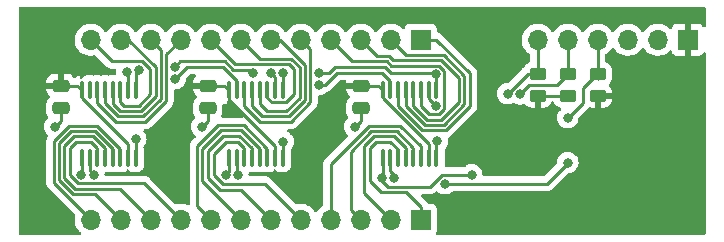
<source format=gbr>
%TF.GenerationSoftware,KiCad,Pcbnew,(6.0.0-0)*%
%TF.CreationDate,2022-07-05T21:18:14-04:00*%
%TF.ProjectId,VGA,5647412e-6b69-4636-9164-5f7063625858,rev?*%
%TF.SameCoordinates,Original*%
%TF.FileFunction,Copper,L1,Top*%
%TF.FilePolarity,Positive*%
%FSLAX46Y46*%
G04 Gerber Fmt 4.6, Leading zero omitted, Abs format (unit mm)*
G04 Created by KiCad (PCBNEW (6.0.0-0)) date 2022-07-05 21:18:14*
%MOMM*%
%LPD*%
G01*
G04 APERTURE LIST*
G04 Aperture macros list*
%AMRoundRect*
0 Rectangle with rounded corners*
0 $1 Rounding radius*
0 $2 $3 $4 $5 $6 $7 $8 $9 X,Y pos of 4 corners*
0 Add a 4 corners polygon primitive as box body*
4,1,4,$2,$3,$4,$5,$6,$7,$8,$9,$2,$3,0*
0 Add four circle primitives for the rounded corners*
1,1,$1+$1,$2,$3*
1,1,$1+$1,$4,$5*
1,1,$1+$1,$6,$7*
1,1,$1+$1,$8,$9*
0 Add four rect primitives between the rounded corners*
20,1,$1+$1,$2,$3,$4,$5,0*
20,1,$1+$1,$4,$5,$6,$7,0*
20,1,$1+$1,$6,$7,$8,$9,0*
20,1,$1+$1,$8,$9,$2,$3,0*%
G04 Aperture macros list end*
%TA.AperFunction,SMDPad,CuDef*%
%ADD10RoundRect,0.250000X-0.475000X0.250000X-0.475000X-0.250000X0.475000X-0.250000X0.475000X0.250000X0*%
%TD*%
%TA.AperFunction,SMDPad,CuDef*%
%ADD11RoundRect,0.100000X0.100000X-0.637500X0.100000X0.637500X-0.100000X0.637500X-0.100000X-0.637500X0*%
%TD*%
%TA.AperFunction,SMDPad,CuDef*%
%ADD12RoundRect,0.250000X-0.450000X0.262500X-0.450000X-0.262500X0.450000X-0.262500X0.450000X0.262500X0*%
%TD*%
%TA.AperFunction,ComponentPad*%
%ADD13R,1.700000X1.700000*%
%TD*%
%TA.AperFunction,ComponentPad*%
%ADD14O,1.700000X1.700000*%
%TD*%
%TA.AperFunction,ViaPad*%
%ADD15C,0.800000*%
%TD*%
%TA.AperFunction,Conductor*%
%ADD16C,0.250000*%
%TD*%
G04 APERTURE END LIST*
D10*
%TO.P,C2,1*%
%TO.N,VCC*%
X117602000Y-74234000D03*
%TO.P,C2,2*%
%TO.N,GND*%
X117602000Y-76134000D03*
%TD*%
D11*
%TO.P,U1,1,~{MR}*%
%TO.N,/~{RESET}*%
X132399000Y-80332500D03*
%TO.P,U1,2,CP*%
%TO.N,/CLOCK*%
X133049000Y-80332500D03*
%TO.P,U1,3,D0*%
%TO.N,/D0*%
X133699000Y-80332500D03*
%TO.P,U1,4,D1*%
%TO.N,/D1*%
X134349000Y-80332500D03*
%TO.P,U1,5,D2*%
%TO.N,/D2*%
X134999000Y-80332500D03*
%TO.P,U1,6,D3*%
%TO.N,/D3*%
X135649000Y-80332500D03*
%TO.P,U1,7,CEP*%
%TO.N,VCC*%
X136299000Y-80332500D03*
%TO.P,U1,8,GND*%
%TO.N,GND*%
X136949000Y-80332500D03*
%TO.P,U1,9,~{PE}*%
%TO.N,/~{LOAD}*%
X136949000Y-74607500D03*
%TO.P,U1,10,CET*%
%TO.N,/EN*%
X136299000Y-74607500D03*
%TO.P,U1,11,Q3*%
%TO.N,/Q3*%
X135649000Y-74607500D03*
%TO.P,U1,12,Q2*%
%TO.N,/Q2*%
X134999000Y-74607500D03*
%TO.P,U1,13,Q1*%
%TO.N,/Q1*%
X134349000Y-74607500D03*
%TO.P,U1,14,Q0*%
%TO.N,/Q0*%
X133699000Y-74607500D03*
%TO.P,U1,15,TC*%
%TO.N,Net-(U1-Pad15)*%
X133049000Y-74607500D03*
%TO.P,U1,16,VCC*%
%TO.N,VCC*%
X132399000Y-74607500D03*
%TD*%
D10*
%TO.P,C3,1*%
%TO.N,VCC*%
X105156000Y-74234000D03*
%TO.P,C3,2*%
%TO.N,GND*%
X105156000Y-76134000D03*
%TD*%
D12*
%TO.P,R3,1*%
%TO.N,/~{RESET}*%
X150622000Y-73255500D03*
%TO.P,R3,2*%
%TO.N,VCC*%
X150622000Y-75080500D03*
%TD*%
%TO.P,R1,1*%
%TO.N,/EN*%
X145542000Y-73255500D03*
%TO.P,R1,2*%
%TO.N,VCC*%
X145542000Y-75080500D03*
%TD*%
%TO.P,R2,1*%
%TO.N,/~{LOAD}*%
X148082000Y-73255500D03*
%TO.P,R2,2*%
%TO.N,VCC*%
X148082000Y-75080500D03*
%TD*%
D10*
%TO.P,C1,1*%
%TO.N,VCC*%
X130556000Y-74234000D03*
%TO.P,C1,2*%
%TO.N,GND*%
X130556000Y-76134000D03*
%TD*%
D11*
%TO.P,U2,1,~{MR}*%
%TO.N,/~{RESET}*%
X119391000Y-80332500D03*
%TO.P,U2,2,CP*%
%TO.N,/CLOCK*%
X120041000Y-80332500D03*
%TO.P,U2,3,D0*%
%TO.N,/D4*%
X120691000Y-80332500D03*
%TO.P,U2,4,D1*%
%TO.N,/D5*%
X121341000Y-80332500D03*
%TO.P,U2,5,D2*%
%TO.N,/D6*%
X121991000Y-80332500D03*
%TO.P,U2,6,D3*%
%TO.N,/D7*%
X122641000Y-80332500D03*
%TO.P,U2,7,CEP*%
%TO.N,VCC*%
X123291000Y-80332500D03*
%TO.P,U2,8,GND*%
%TO.N,GND*%
X123941000Y-80332500D03*
%TO.P,U2,9,~{PE}*%
%TO.N,/~{LOAD}*%
X123941000Y-74607500D03*
%TO.P,U2,10,CET*%
%TO.N,Net-(U1-Pad15)*%
X123291000Y-74607500D03*
%TO.P,U2,11,Q3*%
%TO.N,/Q7*%
X122641000Y-74607500D03*
%TO.P,U2,12,Q2*%
%TO.N,/Q6*%
X121991000Y-74607500D03*
%TO.P,U2,13,Q1*%
%TO.N,/Q5*%
X121341000Y-74607500D03*
%TO.P,U2,14,Q0*%
%TO.N,/Q4*%
X120691000Y-74607500D03*
%TO.P,U2,15,TC*%
%TO.N,Net-(U2-Pad15)*%
X120041000Y-74607500D03*
%TO.P,U2,16,VCC*%
%TO.N,VCC*%
X119391000Y-74607500D03*
%TD*%
%TO.P,U3,1,~{MR}*%
%TO.N,/~{RESET}*%
X106945000Y-80332500D03*
%TO.P,U3,2,CP*%
%TO.N,/CLOCK*%
X107595000Y-80332500D03*
%TO.P,U3,3,D0*%
%TO.N,/D8*%
X108245000Y-80332500D03*
%TO.P,U3,4,D1*%
%TO.N,/D9*%
X108895000Y-80332500D03*
%TO.P,U3,5,D2*%
%TO.N,/D10*%
X109545000Y-80332500D03*
%TO.P,U3,6,D3*%
%TO.N,/D11*%
X110195000Y-80332500D03*
%TO.P,U3,7,CEP*%
%TO.N,VCC*%
X110845000Y-80332500D03*
%TO.P,U3,8,GND*%
%TO.N,GND*%
X111495000Y-80332500D03*
%TO.P,U3,9,~{PE}*%
%TO.N,/~{LOAD}*%
X111495000Y-74607500D03*
%TO.P,U3,10,CET*%
%TO.N,Net-(U2-Pad15)*%
X110845000Y-74607500D03*
%TO.P,U3,11,Q3*%
%TO.N,/Q11*%
X110195000Y-74607500D03*
%TO.P,U3,12,Q2*%
%TO.N,/Q10*%
X109545000Y-74607500D03*
%TO.P,U3,13,Q1*%
%TO.N,/Q9*%
X108895000Y-74607500D03*
%TO.P,U3,14,Q0*%
%TO.N,/Q8*%
X108245000Y-74607500D03*
%TO.P,U3,15,TC*%
%TO.N,unconnected-(U3-Pad15)*%
X107595000Y-74607500D03*
%TO.P,U3,16,VCC*%
%TO.N,VCC*%
X106945000Y-74607500D03*
%TD*%
D13*
%TO.P,J1,1,Pin_1*%
%TO.N,/D0*%
X135636000Y-85598000D03*
D14*
%TO.P,J1,2,Pin_2*%
%TO.N,/D1*%
X133096000Y-85598000D03*
%TO.P,J1,3,Pin_3*%
%TO.N,/D2*%
X130556000Y-85598000D03*
%TO.P,J1,4,Pin_4*%
%TO.N,/D3*%
X128016000Y-85598000D03*
%TO.P,J1,5,Pin_5*%
%TO.N,/D4*%
X125476000Y-85598000D03*
%TO.P,J1,6,Pin_6*%
%TO.N,/D5*%
X122936000Y-85598000D03*
%TO.P,J1,7,Pin_7*%
%TO.N,/D6*%
X120396000Y-85598000D03*
%TO.P,J1,8,Pin_8*%
%TO.N,/D7*%
X117856000Y-85598000D03*
%TO.P,J1,9,Pin_9*%
%TO.N,/D8*%
X115316000Y-85598000D03*
%TO.P,J1,10,Pin_10*%
%TO.N,/D9*%
X112776000Y-85598000D03*
%TO.P,J1,11,Pin_11*%
%TO.N,/D10*%
X110236000Y-85598000D03*
%TO.P,J1,12,Pin_12*%
%TO.N,/D11*%
X107696000Y-85598000D03*
%TD*%
D13*
%TO.P,J2,1,Pin_1*%
%TO.N,/Q0*%
X135636000Y-70358000D03*
D14*
%TO.P,J2,2,Pin_2*%
%TO.N,/Q1*%
X133096000Y-70358000D03*
%TO.P,J2,3,Pin_3*%
%TO.N,/Q2*%
X130556000Y-70358000D03*
%TO.P,J2,4,Pin_4*%
%TO.N,/Q3*%
X128016000Y-70358000D03*
%TO.P,J2,5,Pin_5*%
%TO.N,/Q4*%
X125476000Y-70358000D03*
%TO.P,J2,6,Pin_6*%
%TO.N,/Q5*%
X122936000Y-70358000D03*
%TO.P,J2,7,Pin_7*%
%TO.N,/Q6*%
X120396000Y-70358000D03*
%TO.P,J2,8,Pin_8*%
%TO.N,/Q7*%
X117856000Y-70358000D03*
%TO.P,J2,9,Pin_9*%
%TO.N,/Q8*%
X115316000Y-70358000D03*
%TO.P,J2,10,Pin_10*%
%TO.N,/Q9*%
X112776000Y-70358000D03*
%TO.P,J2,11,Pin_11*%
%TO.N,/Q10*%
X110236000Y-70358000D03*
%TO.P,J2,12,Pin_12*%
%TO.N,/Q11*%
X107696000Y-70358000D03*
%TD*%
D13*
%TO.P,J3,1,Pin_1*%
%TO.N,VCC*%
X158242000Y-70358000D03*
D14*
%TO.P,J3,2,Pin_2*%
%TO.N,GND*%
X155702000Y-70358000D03*
%TO.P,J3,3,Pin_3*%
%TO.N,/CLOCK*%
X153162000Y-70358000D03*
%TO.P,J3,4,Pin_4*%
%TO.N,/~{RESET}*%
X150622000Y-70358000D03*
%TO.P,J3,5,Pin_5*%
%TO.N,/~{LOAD}*%
X148082000Y-70358000D03*
%TO.P,J3,6,Pin_6*%
%TO.N,/EN*%
X145542000Y-70358000D03*
%TD*%
D15*
%TO.N,VCC*%
X114046000Y-68072000D03*
X128016000Y-75184000D03*
X126746000Y-68072000D03*
X115570000Y-75438000D03*
%TO.N,GND*%
X111506000Y-78740000D03*
X117094000Y-77724000D03*
X104648000Y-77724000D03*
X130048000Y-77724000D03*
X137023500Y-78967191D03*
X123984056Y-78984235D03*
%TO.N,/CLOCK*%
X148082000Y-80772000D03*
X133350000Y-82042000D03*
X137668000Y-82550000D03*
X107950000Y-81788000D03*
X120142000Y-81788000D03*
%TO.N,/~{RESET}*%
X148082000Y-76962000D03*
X106877346Y-81786367D03*
X119142514Y-81782393D03*
X139954000Y-81788000D03*
X132329701Y-82037701D03*
%TO.N,/~{LOAD}*%
X144022299Y-74934299D03*
X127000000Y-73152000D03*
X121412000Y-73152000D03*
X123952000Y-73152000D03*
X136906000Y-73270500D03*
X114808000Y-72644000D03*
X111760000Y-72898000D03*
%TO.N,/EN*%
X143002000Y-74930000D03*
X136906000Y-75946000D03*
%TO.N,Net-(U1-Pad15)*%
X127000000Y-74168000D03*
X122939949Y-73164548D03*
%TO.N,Net-(U2-Pad15)*%
X110764204Y-73066001D03*
X114831532Y-73660000D03*
%TD*%
D16*
%TO.N,VCC*%
X119391000Y-74607500D02*
X119391000Y-75449000D01*
X106945000Y-74607500D02*
X106945000Y-75295361D01*
X106571500Y-74234000D02*
X106945000Y-74607500D01*
X132025500Y-74234000D02*
X132399000Y-74607500D01*
X136299000Y-79195361D02*
X136299000Y-80332500D01*
X105156000Y-74234000D02*
X106571500Y-74234000D01*
X119017500Y-74234000D02*
X119391000Y-74607500D01*
X132399000Y-75295361D02*
X136299000Y-79195361D01*
X119391000Y-75449000D02*
X123291000Y-79349000D01*
X117602000Y-74234000D02*
X119017500Y-74234000D01*
X106945000Y-75295361D02*
X110845000Y-79195361D01*
X130556000Y-74234000D02*
X132025500Y-74234000D01*
X148082000Y-75080500D02*
X145542000Y-75080500D01*
X132399000Y-74607500D02*
X132399000Y-75295361D01*
X123291000Y-79349000D02*
X123291000Y-80332500D01*
X110845000Y-79195361D02*
X110845000Y-80332500D01*
%TO.N,GND*%
X123941000Y-80332500D02*
X123941000Y-79027291D01*
X105156000Y-77216000D02*
X104648000Y-77724000D01*
X123941000Y-79027291D02*
X123984056Y-78984235D01*
X105156000Y-76134000D02*
X105156000Y-77216000D01*
X117602000Y-77216000D02*
X117094000Y-77724000D01*
X111495000Y-78751000D02*
X111506000Y-78740000D01*
X136949000Y-79041691D02*
X137023500Y-78967191D01*
X136949000Y-80332500D02*
X136949000Y-79041691D01*
X111495000Y-80332500D02*
X111495000Y-78751000D01*
X130556000Y-76134000D02*
X130556000Y-77216000D01*
X130556000Y-77216000D02*
X130048000Y-77724000D01*
X117602000Y-76134000D02*
X117602000Y-77216000D01*
%TO.N,/D0*%
X131318000Y-82296000D02*
X131318000Y-79502000D01*
X135636000Y-85598000D02*
X135636000Y-84498000D01*
X133048361Y-78994000D02*
X133699000Y-79644639D01*
X131826000Y-78994000D02*
X133048361Y-78994000D01*
X131318000Y-79502000D02*
X131826000Y-78994000D01*
X134391511Y-83253511D02*
X132275511Y-83253511D01*
X133699000Y-79644639D02*
X133699000Y-80332500D01*
X135636000Y-84498000D02*
X134391511Y-83253511D01*
X132275511Y-83253511D02*
X131318000Y-82296000D01*
%TO.N,/D1*%
X131639807Y-78544489D02*
X133408489Y-78544489D01*
X133096000Y-85598000D02*
X130868489Y-83370489D01*
X133408489Y-78544489D02*
X134349000Y-79485000D01*
X130868489Y-83370489D02*
X130868490Y-79315806D01*
X130868490Y-79315806D02*
X131639807Y-78544489D01*
X134349000Y-79485000D02*
X134349000Y-80332500D01*
%TO.N,/D2*%
X129706000Y-84748000D02*
X129706000Y-79842592D01*
X130556000Y-85598000D02*
X129706000Y-84748000D01*
X133594683Y-78094979D02*
X134999000Y-79499296D01*
X134999000Y-79499296D02*
X134999000Y-80332500D01*
X129706000Y-79842592D02*
X131453613Y-78094979D01*
X131453613Y-78094979D02*
X133594683Y-78094979D01*
%TO.N,/D3*%
X131267420Y-77645468D02*
X133905764Y-77645468D01*
X133905764Y-77645468D02*
X135649000Y-79388704D01*
X128016000Y-80896888D02*
X131267420Y-77645468D01*
X128016000Y-85598000D02*
X128016000Y-80896888D01*
X135649000Y-79388704D02*
X135649000Y-80332500D01*
%TO.N,/D4*%
X120691000Y-79545818D02*
X120139182Y-78994000D01*
X118872000Y-82550000D02*
X122428000Y-82550000D01*
X118110000Y-80010000D02*
X118110000Y-81788000D01*
X119126000Y-78994000D02*
X118110000Y-80010000D01*
X120139182Y-78994000D02*
X119126000Y-78994000D01*
X122428000Y-82550000D02*
X125476000Y-85598000D01*
X118110000Y-81788000D02*
X118872000Y-82550000D01*
X120691000Y-80332500D02*
X120691000Y-79545818D01*
%TO.N,/D5*%
X122936000Y-85598000D02*
X120396000Y-83058000D01*
X120396000Y-83058000D02*
X118618000Y-83058000D01*
X117602000Y-82042000D02*
X117602000Y-79756000D01*
X117602000Y-79756000D02*
X118872002Y-78486000D01*
X118872002Y-78486000D02*
X120266888Y-78486000D01*
X120266888Y-78486000D02*
X121341000Y-79560112D01*
X121341000Y-79560112D02*
X121341000Y-80332500D01*
X118618000Y-83058000D02*
X117602000Y-82042000D01*
%TO.N,/D6*%
X120453081Y-78036489D02*
X121991000Y-79574408D01*
X117152490Y-82354490D02*
X117152490Y-79569806D01*
X120396000Y-85598000D02*
X117152490Y-82354490D01*
X118685809Y-78036489D02*
X120453081Y-78036489D01*
X121991000Y-79574408D02*
X121991000Y-80332500D01*
X117152490Y-79569806D02*
X118685809Y-78036489D01*
%TO.N,/D7*%
X120639274Y-77586978D02*
X122641000Y-79588704D01*
X118499616Y-77586978D02*
X120639274Y-77586978D01*
X117856000Y-85598000D02*
X116702980Y-84444980D01*
X116702980Y-84444980D02*
X116702980Y-79383612D01*
X122641000Y-79588704D02*
X122641000Y-80332500D01*
X116702980Y-79383612D02*
X118499616Y-77586978D01*
%TO.N,/D8*%
X105918000Y-79507820D02*
X106431820Y-78994000D01*
X106431820Y-78994000D02*
X107694592Y-78994000D01*
X106578880Y-82512501D02*
X105918000Y-81851621D01*
X105918000Y-81851621D02*
X105918000Y-79507820D01*
X115316000Y-85598000D02*
X112230501Y-82512501D01*
X112230501Y-82512501D02*
X106578880Y-82512501D01*
X107694592Y-78994000D02*
X108245000Y-79544408D01*
X108245000Y-79544408D02*
X108245000Y-80332500D01*
%TO.N,/D9*%
X108895000Y-79558704D02*
X108895000Y-80332500D01*
X106392686Y-82962011D02*
X105468489Y-82037814D01*
X105468489Y-82037814D02*
X105468490Y-79321626D01*
X112776000Y-85598000D02*
X110140011Y-82962011D01*
X110140011Y-82962011D02*
X106392686Y-82962011D01*
X106245627Y-78544489D02*
X107880786Y-78544490D01*
X105468490Y-79321626D02*
X106245627Y-78544489D01*
X107880786Y-78544490D02*
X108895000Y-79558704D01*
%TO.N,/D10*%
X106059434Y-78094978D02*
X108066980Y-78094980D01*
X110236000Y-85598000D02*
X108049522Y-83411522D01*
X105018980Y-79135432D02*
X106059434Y-78094978D01*
X108066980Y-78094980D02*
X109545000Y-79573000D01*
X105018978Y-82224007D02*
X105018980Y-79135432D01*
X106206493Y-83411522D02*
X105018978Y-82224007D01*
X109545000Y-79573000D02*
X109545000Y-80332500D01*
X108049522Y-83411522D02*
X106206493Y-83411522D01*
%TO.N,/D11*%
X104569470Y-82471470D02*
X104569470Y-78949238D01*
X105873249Y-77645459D02*
X108253177Y-77645459D01*
X108253177Y-77645459D02*
X110195000Y-79587282D01*
X110195000Y-79587282D02*
X110195000Y-80332500D01*
X104569470Y-78949238D02*
X105873249Y-77645459D01*
X107696000Y-85598000D02*
X104569470Y-82471470D01*
%TO.N,/Q0*%
X139778533Y-76005354D02*
X137764856Y-78019031D01*
X135769123Y-78019031D02*
X133699000Y-75948905D01*
X133699000Y-75948905D02*
X133699000Y-74607500D01*
X135636000Y-70358000D02*
X136925212Y-70358000D01*
X137764856Y-78019031D02*
X135769123Y-78019031D01*
X139778533Y-73211321D02*
X139778533Y-76005354D01*
X136925212Y-70358000D02*
X139778533Y-73211321D01*
%TO.N,/Q1*%
X135955318Y-77569521D02*
X134349000Y-75963200D01*
X134384977Y-71646977D02*
X137578487Y-71646979D01*
X139329021Y-75818987D02*
X137578485Y-77569523D01*
X139329021Y-73397513D02*
X139329021Y-75818987D01*
X137578485Y-77569523D02*
X135955318Y-77569521D01*
X133096000Y-70358000D02*
X134384977Y-71646977D01*
X134349000Y-75963200D02*
X134349000Y-74607500D01*
X137578487Y-71646979D02*
X139329021Y-73397513D01*
%TO.N,/Q2*%
X133310488Y-72096488D02*
X137392293Y-72096489D01*
X132958979Y-71744979D02*
X133310488Y-72096488D01*
X136141513Y-77120011D02*
X134999000Y-75977496D01*
X130556000Y-70358000D02*
X131942978Y-71744978D01*
X137392292Y-77120012D02*
X136141513Y-77120011D01*
X134999000Y-75977496D02*
X134999000Y-74607500D01*
X131942978Y-71744978D02*
X132958979Y-71744979D01*
X138879511Y-73583707D02*
X138879511Y-75632793D01*
X137392293Y-72096489D02*
X138879511Y-73583707D01*
X138879511Y-75632793D02*
X137392292Y-77120012D01*
%TO.N,/Q3*%
X132772785Y-72194489D02*
X133124295Y-72545999D01*
X135649000Y-75967600D02*
X135649000Y-74607500D01*
X137630501Y-76246099D02*
X137206099Y-76670501D01*
X137206099Y-76670501D02*
X136351901Y-76670501D01*
X136351901Y-76670501D02*
X135649000Y-75967600D01*
X133124295Y-72545999D02*
X137206099Y-72545999D01*
X137630501Y-72970401D02*
X137630501Y-76246099D01*
X128016000Y-70358000D02*
X129852489Y-72194489D01*
X137206099Y-72545999D02*
X137630501Y-72970401D01*
X129852489Y-72194489D02*
X132772785Y-72194489D01*
%TO.N,/Q4*%
X125476000Y-70358000D02*
X126275499Y-71157499D01*
X124635467Y-77294533D02*
X122025874Y-77294531D01*
X122025874Y-77294531D02*
X120691000Y-75959657D01*
X126275499Y-75654501D02*
X124635467Y-77294533D01*
X126275499Y-71157499D02*
X126275499Y-75654501D01*
X120691000Y-75959657D02*
X120691000Y-74607500D01*
%TO.N,/Q5*%
X122936000Y-70358000D02*
X123698000Y-70358000D01*
X123698000Y-70358000D02*
X125825989Y-72485989D01*
X125825989Y-72485989D02*
X125825988Y-75468308D01*
X122212068Y-76845021D02*
X121341000Y-75973953D01*
X125825988Y-75468308D02*
X124449274Y-76845022D01*
X121341000Y-75973953D02*
X121341000Y-74607500D01*
X124449274Y-76845022D02*
X122212068Y-76845021D01*
%TO.N,/Q6*%
X121991000Y-75763000D02*
X121991000Y-74607500D01*
X125376478Y-75282114D02*
X124263081Y-76395511D01*
X124263081Y-76395511D02*
X122623510Y-76395510D01*
X120396000Y-70358000D02*
X122015988Y-71977988D01*
X125376478Y-72672182D02*
X125376478Y-75282114D01*
X122623510Y-76395510D02*
X121991000Y-75763000D01*
X122015988Y-71977988D02*
X124682285Y-71977989D01*
X124682285Y-71977989D02*
X125376478Y-72672182D01*
%TO.N,/Q7*%
X117856000Y-70358000D02*
X117857408Y-70358000D01*
X124926967Y-72858375D02*
X124926967Y-74959394D01*
X124926967Y-74959394D02*
X124216841Y-75669520D01*
X123015159Y-75669520D02*
X122641000Y-75295361D01*
X122641000Y-75295361D02*
X122641000Y-74607500D01*
X124216841Y-75669520D02*
X123015159Y-75669520D01*
X117857408Y-70358000D02*
X119926907Y-72427499D01*
X124496091Y-72427499D02*
X124926967Y-72858375D01*
X119926907Y-72427499D02*
X124496091Y-72427499D01*
%TO.N,/Q8*%
X108245000Y-75734408D02*
X109805124Y-77294532D01*
X109805124Y-77294532D02*
X112318580Y-77294532D01*
X114083499Y-75529613D02*
X114083499Y-71590501D01*
X114083499Y-71590501D02*
X115316000Y-70358000D01*
X112318580Y-77294532D02*
X114083499Y-75529613D01*
X108245000Y-74607500D02*
X108245000Y-75734408D01*
%TO.N,/Q9*%
X108895000Y-75748704D02*
X108895000Y-74607500D01*
X109991316Y-76845020D02*
X108895000Y-75748704D01*
X112132386Y-76845022D02*
X109991316Y-76845020D01*
X112776000Y-70358000D02*
X113633988Y-71215988D01*
X113633988Y-71215988D02*
X113633987Y-75343421D01*
X113633987Y-75343421D02*
X112132386Y-76845022D01*
%TO.N,/Q10*%
X110880304Y-70358000D02*
X113184478Y-72662174D01*
X110236000Y-70358000D02*
X110880304Y-70358000D01*
X109545000Y-75763000D02*
X109545000Y-74607500D01*
X113184478Y-72662174D02*
X113184478Y-75157226D01*
X111946193Y-76395511D02*
X110177510Y-76395510D01*
X110177510Y-76395510D02*
X109545000Y-75763000D01*
X113184478Y-75157226D02*
X111946193Y-76395511D01*
%TO.N,/Q11*%
X112060099Y-72173499D02*
X112734967Y-72848367D01*
X111760000Y-75946000D02*
X110490000Y-75946000D01*
X112734967Y-72848367D02*
X112734967Y-74971033D01*
X109511499Y-72173499D02*
X112060099Y-72173499D01*
X110195000Y-75651000D02*
X110195000Y-74607500D01*
X107696000Y-70358000D02*
X109511499Y-72173499D01*
X110490000Y-75946000D02*
X110195000Y-75651000D01*
X112734967Y-74971033D02*
X111760000Y-75946000D01*
%TO.N,/CLOCK*%
X120041000Y-81687000D02*
X120041000Y-80332500D01*
X144018000Y-82550000D02*
X146304000Y-82550000D01*
X133350000Y-82042000D02*
X133350000Y-81788000D01*
X107595000Y-80332500D02*
X107595000Y-81433000D01*
X133350000Y-81788000D02*
X133049000Y-81487000D01*
X120142000Y-81788000D02*
X120041000Y-81687000D01*
X133049000Y-81487000D02*
X133049000Y-80332500D01*
X107595000Y-81433000D02*
X107950000Y-81788000D01*
X146304000Y-82550000D02*
X148082000Y-80772000D01*
X144018000Y-82550000D02*
X137668000Y-82550000D01*
%TO.N,/~{RESET}*%
X150518500Y-73255500D02*
X149352000Y-74422000D01*
X119391000Y-80332500D02*
X119391000Y-81533907D01*
X132399000Y-80332500D02*
X132399000Y-81968402D01*
X132842000Y-82804000D02*
X136389400Y-82804000D01*
X106945000Y-80332500D02*
X106945000Y-81718713D01*
X150622000Y-73255500D02*
X150518500Y-73255500D01*
X150622000Y-70358000D02*
X150622000Y-73660000D01*
X149352000Y-75692000D02*
X149098000Y-75946000D01*
X137405400Y-81788000D02*
X139954000Y-81788000D01*
X149098000Y-75946000D02*
X148082000Y-76962000D01*
X132329701Y-82291701D02*
X132842000Y-82804000D01*
X136389400Y-82804000D02*
X137405400Y-81788000D01*
X132399000Y-81968402D02*
X132329701Y-82037701D01*
X132329701Y-82037701D02*
X132329701Y-82291701D01*
X119391000Y-81533907D02*
X119142514Y-81782393D01*
X149352000Y-74422000D02*
X149352000Y-75692000D01*
%TO.N,/~{LOAD}*%
X148082000Y-73255500D02*
X148082000Y-70358000D01*
X148082000Y-73255500D02*
X147169500Y-74168000D01*
X128342810Y-72702490D02*
X127893300Y-73152000D01*
X133094592Y-73152000D02*
X132645082Y-72702490D01*
X121158000Y-72898000D02*
X119761704Y-72898000D01*
X111495000Y-74607500D02*
X111495000Y-73163000D01*
X147169500Y-74168000D02*
X144788598Y-74168000D01*
X119761704Y-72898000D02*
X119058194Y-72194490D01*
X136949000Y-73406000D02*
X136695000Y-73152000D01*
X121412000Y-73152000D02*
X121158000Y-72898000D01*
X123941000Y-73163000D02*
X123952000Y-73152000D01*
X144788598Y-74168000D02*
X144022299Y-74934299D01*
X111495000Y-73163000D02*
X111760000Y-72898000D01*
X132645082Y-72702490D02*
X128342810Y-72702490D01*
X136695000Y-73152000D02*
X133094592Y-73152000D01*
X136949000Y-74607500D02*
X136949000Y-73406000D01*
X123941000Y-74607500D02*
X123941000Y-73163000D01*
X119058194Y-72194490D02*
X115257510Y-72194490D01*
X127893300Y-73152000D02*
X127000000Y-73152000D01*
X115257510Y-72194490D02*
X114808000Y-72644000D01*
%TO.N,/EN*%
X136299000Y-74607500D02*
X136299000Y-75339000D01*
X136299000Y-75339000D02*
X136652000Y-75692000D01*
X145542000Y-73255500D02*
X144676500Y-73255500D01*
X144676500Y-73255500D02*
X143002000Y-74930000D01*
X145542000Y-73255500D02*
X145542000Y-70358000D01*
X136652000Y-75692000D02*
X136906000Y-75946000D01*
%TO.N,Net-(U1-Pad15)*%
X123291000Y-73515599D02*
X122939949Y-73164548D01*
X133049000Y-74607500D02*
X133049000Y-73867000D01*
X127513004Y-74168000D02*
X127000000Y-74168000D01*
X123291000Y-74607500D02*
X123291000Y-73515599D01*
X132334000Y-73152000D02*
X128529004Y-73152000D01*
X128529004Y-73152000D02*
X127513004Y-74168000D01*
X133049000Y-73867000D02*
X132334000Y-73152000D01*
%TO.N,Net-(U2-Pad15)*%
X120041000Y-73813000D02*
X118872000Y-72644000D01*
X115847532Y-72644000D02*
X114831532Y-73660000D01*
X118872000Y-72644000D02*
X115847532Y-72644000D01*
X110845000Y-74607500D02*
X110845000Y-73146797D01*
X120041000Y-74607500D02*
X120041000Y-73813000D01*
X110845000Y-73146797D02*
X110764204Y-73066001D01*
%TD*%
%TA.AperFunction,Conductor*%
%TO.N,VCC*%
G36*
X159708121Y-67584002D02*
G01*
X159754614Y-67637658D01*
X159766000Y-67690000D01*
X159766000Y-69181973D01*
X159745998Y-69250094D01*
X159692342Y-69296587D01*
X159622068Y-69306691D01*
X159557488Y-69277197D01*
X159539174Y-69257538D01*
X159460285Y-69152276D01*
X159447724Y-69139715D01*
X159345649Y-69063214D01*
X159330054Y-69054676D01*
X159209606Y-69009522D01*
X159194351Y-69005895D01*
X159143486Y-69000369D01*
X159136672Y-69000000D01*
X158514115Y-69000000D01*
X158498876Y-69004475D01*
X158497671Y-69005865D01*
X158496000Y-69013548D01*
X158496000Y-71697884D01*
X158500475Y-71713123D01*
X158501865Y-71714328D01*
X158509548Y-71715999D01*
X159136669Y-71715999D01*
X159143490Y-71715629D01*
X159194352Y-71710105D01*
X159209604Y-71706479D01*
X159330054Y-71661324D01*
X159345649Y-71652786D01*
X159447724Y-71576285D01*
X159460285Y-71563724D01*
X159539174Y-71458462D01*
X159596033Y-71415947D01*
X159666851Y-71410921D01*
X159729145Y-71444981D01*
X159763135Y-71507312D01*
X159766000Y-71534027D01*
X159766000Y-86742000D01*
X159745998Y-86810121D01*
X159692342Y-86856614D01*
X159640000Y-86868000D01*
X137052919Y-86868000D01*
X136984798Y-86847998D01*
X136938305Y-86794342D01*
X136928201Y-86724068D01*
X136937839Y-86695164D01*
X136936615Y-86694705D01*
X136984971Y-86565715D01*
X136987745Y-86558316D01*
X136994500Y-86496134D01*
X136994500Y-84699866D01*
X136987745Y-84637684D01*
X136936615Y-84501295D01*
X136849261Y-84384739D01*
X136732705Y-84297385D01*
X136596316Y-84246255D01*
X136534134Y-84239500D01*
X136295437Y-84239500D01*
X136227316Y-84219498D01*
X136193503Y-84187563D01*
X136169567Y-84154617D01*
X136163057Y-84144707D01*
X136144575Y-84113457D01*
X136140542Y-84106637D01*
X136126218Y-84092313D01*
X136113376Y-84077278D01*
X136101472Y-84060893D01*
X136067406Y-84032711D01*
X136058627Y-84024722D01*
X135686500Y-83652595D01*
X135652474Y-83590283D01*
X135657539Y-83519468D01*
X135700086Y-83462632D01*
X135766606Y-83437821D01*
X135775595Y-83437500D01*
X136310633Y-83437500D01*
X136321816Y-83438027D01*
X136329309Y-83439702D01*
X136337235Y-83439453D01*
X136337236Y-83439453D01*
X136397386Y-83437562D01*
X136401345Y-83437500D01*
X136429256Y-83437500D01*
X136433191Y-83437003D01*
X136433256Y-83436995D01*
X136445093Y-83436062D01*
X136477351Y-83435048D01*
X136481370Y-83434922D01*
X136489289Y-83434673D01*
X136508743Y-83429021D01*
X136528100Y-83425013D01*
X136540330Y-83423468D01*
X136540331Y-83423468D01*
X136548197Y-83422474D01*
X136555568Y-83419555D01*
X136555570Y-83419555D01*
X136589312Y-83406196D01*
X136600542Y-83402351D01*
X136635383Y-83392229D01*
X136635384Y-83392229D01*
X136642993Y-83390018D01*
X136649812Y-83385985D01*
X136649817Y-83385983D01*
X136660428Y-83379707D01*
X136678176Y-83371012D01*
X136697017Y-83363552D01*
X136732787Y-83337564D01*
X136742707Y-83331048D01*
X136773935Y-83312580D01*
X136773938Y-83312578D01*
X136780762Y-83308542D01*
X136795083Y-83294221D01*
X136810117Y-83281380D01*
X136820094Y-83274131D01*
X136826507Y-83269472D01*
X136854698Y-83235395D01*
X136862688Y-83226616D01*
X136869849Y-83219455D01*
X136932161Y-83185429D01*
X137002976Y-83190494D01*
X137046757Y-83220275D01*
X137047420Y-83219539D01*
X137052328Y-83223959D01*
X137056747Y-83228866D01*
X137062089Y-83232747D01*
X137062091Y-83232749D01*
X137129026Y-83281380D01*
X137211248Y-83341118D01*
X137217276Y-83343802D01*
X137217278Y-83343803D01*
X137340344Y-83398595D01*
X137385712Y-83418794D01*
X137476346Y-83438059D01*
X137566056Y-83457128D01*
X137566061Y-83457128D01*
X137572513Y-83458500D01*
X137763487Y-83458500D01*
X137769939Y-83457128D01*
X137769944Y-83457128D01*
X137859654Y-83438059D01*
X137950288Y-83418794D01*
X137995656Y-83398595D01*
X138118722Y-83343803D01*
X138118724Y-83343802D01*
X138124752Y-83341118D01*
X138279253Y-83228866D01*
X138283668Y-83223963D01*
X138288580Y-83219540D01*
X138289705Y-83220789D01*
X138343014Y-83187949D01*
X138376200Y-83183500D01*
X146225233Y-83183500D01*
X146236416Y-83184027D01*
X146243909Y-83185702D01*
X146251835Y-83185453D01*
X146251836Y-83185453D01*
X146311986Y-83183562D01*
X146315945Y-83183500D01*
X146343856Y-83183500D01*
X146347791Y-83183003D01*
X146347856Y-83182995D01*
X146359693Y-83182062D01*
X146391951Y-83181048D01*
X146395970Y-83180922D01*
X146403889Y-83180673D01*
X146423343Y-83175021D01*
X146442700Y-83171013D01*
X146454930Y-83169468D01*
X146454931Y-83169468D01*
X146462797Y-83168474D01*
X146470168Y-83165555D01*
X146470170Y-83165555D01*
X146503912Y-83152196D01*
X146515142Y-83148351D01*
X146549983Y-83138229D01*
X146549984Y-83138229D01*
X146557593Y-83136018D01*
X146564412Y-83131985D01*
X146564417Y-83131983D01*
X146575028Y-83125707D01*
X146592776Y-83117012D01*
X146611617Y-83109552D01*
X146647387Y-83083564D01*
X146657307Y-83077048D01*
X146688535Y-83058580D01*
X146688538Y-83058578D01*
X146695362Y-83054542D01*
X146709683Y-83040221D01*
X146724717Y-83027380D01*
X146734694Y-83020131D01*
X146741107Y-83015472D01*
X146769298Y-82981395D01*
X146777288Y-82972616D01*
X148032499Y-81717405D01*
X148094811Y-81683379D01*
X148121594Y-81680500D01*
X148177487Y-81680500D01*
X148183939Y-81679128D01*
X148183944Y-81679128D01*
X148270888Y-81660647D01*
X148364288Y-81640794D01*
X148460244Y-81598072D01*
X148532722Y-81565803D01*
X148532724Y-81565802D01*
X148538752Y-81563118D01*
X148544159Y-81559190D01*
X148619179Y-81504684D01*
X148693253Y-81450866D01*
X148791995Y-81341202D01*
X148816621Y-81313852D01*
X148816622Y-81313851D01*
X148821040Y-81308944D01*
X148907442Y-81159292D01*
X148913223Y-81149279D01*
X148913224Y-81149278D01*
X148916527Y-81143556D01*
X148975542Y-80961928D01*
X148980177Y-80917834D01*
X148994814Y-80778565D01*
X148995504Y-80772000D01*
X148975542Y-80582072D01*
X148916527Y-80400444D01*
X148912366Y-80393236D01*
X148824341Y-80240774D01*
X148821040Y-80235056D01*
X148693253Y-80093134D01*
X148538752Y-79980882D01*
X148532724Y-79978198D01*
X148532722Y-79978197D01*
X148370319Y-79905891D01*
X148370318Y-79905891D01*
X148364288Y-79903206D01*
X148270888Y-79883353D01*
X148183944Y-79864872D01*
X148183939Y-79864872D01*
X148177487Y-79863500D01*
X147986513Y-79863500D01*
X147980061Y-79864872D01*
X147980056Y-79864872D01*
X147893112Y-79883353D01*
X147799712Y-79903206D01*
X147793682Y-79905891D01*
X147793681Y-79905891D01*
X147631278Y-79978197D01*
X147631276Y-79978198D01*
X147625248Y-79980882D01*
X147470747Y-80093134D01*
X147342960Y-80235056D01*
X147339659Y-80240774D01*
X147251635Y-80393236D01*
X147247473Y-80400444D01*
X147188458Y-80582072D01*
X147174094Y-80718743D01*
X147171093Y-80747293D01*
X147144080Y-80812950D01*
X147134878Y-80823218D01*
X146078500Y-81879595D01*
X146016188Y-81913621D01*
X145989405Y-81916500D01*
X140992814Y-81916500D01*
X140924693Y-81896498D01*
X140878200Y-81842842D01*
X140867102Y-81791824D01*
X140867504Y-81788000D01*
X140860084Y-81717405D01*
X140848232Y-81604635D01*
X140848232Y-81604633D01*
X140847542Y-81598072D01*
X140788527Y-81416444D01*
X140769259Y-81383070D01*
X140707947Y-81276876D01*
X140693040Y-81251056D01*
X140657408Y-81211482D01*
X140569675Y-81114045D01*
X140569674Y-81114044D01*
X140565253Y-81109134D01*
X140410752Y-80996882D01*
X140404724Y-80994198D01*
X140404722Y-80994197D01*
X140242319Y-80921891D01*
X140242318Y-80921891D01*
X140236288Y-80919206D01*
X140142888Y-80899353D01*
X140055944Y-80880872D01*
X140055939Y-80880872D01*
X140049487Y-80879500D01*
X139858513Y-80879500D01*
X139852061Y-80880872D01*
X139852056Y-80880872D01*
X139765112Y-80899353D01*
X139671712Y-80919206D01*
X139665682Y-80921891D01*
X139665681Y-80921891D01*
X139503278Y-80994197D01*
X139503276Y-80994198D01*
X139497248Y-80996882D01*
X139491907Y-81000762D01*
X139491906Y-81000763D01*
X139468058Y-81018090D01*
X139342747Y-81109134D01*
X139338332Y-81114037D01*
X139333420Y-81118460D01*
X139332295Y-81117211D01*
X139278986Y-81150051D01*
X139245800Y-81154500D01*
X137782136Y-81154500D01*
X137714015Y-81134498D01*
X137667522Y-81080842D01*
X137658139Y-81018185D01*
X137656692Y-81018090D01*
X137656962Y-81013972D01*
X137657500Y-81009885D01*
X137657499Y-79669161D01*
X137677501Y-79601040D01*
X137689863Y-79584851D01*
X137758121Y-79509043D01*
X137758122Y-79509042D01*
X137762540Y-79504135D01*
X137843704Y-79363555D01*
X137854723Y-79344470D01*
X137854724Y-79344469D01*
X137858027Y-79338747D01*
X137917042Y-79157119D01*
X137917943Y-79148552D01*
X137936314Y-78973756D01*
X137937004Y-78967191D01*
X137931525Y-78915064D01*
X137917733Y-78783833D01*
X137917732Y-78783829D01*
X137917042Y-78777263D01*
X137914837Y-78770477D01*
X137914828Y-78770170D01*
X137913628Y-78764523D01*
X137914661Y-78764303D01*
X137912813Y-78699509D01*
X137949477Y-78638712D01*
X137999517Y-78610549D01*
X138018449Y-78605049D01*
X138025268Y-78601016D01*
X138025273Y-78601014D01*
X138035884Y-78594738D01*
X138053632Y-78586043D01*
X138072473Y-78578583D01*
X138078896Y-78573917D01*
X138108243Y-78552595D01*
X138118163Y-78546079D01*
X138149391Y-78527611D01*
X138149394Y-78527609D01*
X138156218Y-78523573D01*
X138170539Y-78509252D01*
X138185573Y-78496411D01*
X138195550Y-78489162D01*
X138201963Y-78484503D01*
X138230154Y-78450426D01*
X138238144Y-78441647D01*
X140170780Y-76509011D01*
X140179070Y-76501467D01*
X140185551Y-76497354D01*
X140232192Y-76447686D01*
X140234946Y-76444845D01*
X140254667Y-76425124D01*
X140257145Y-76421929D01*
X140264851Y-76412907D01*
X140285362Y-76391065D01*
X140295119Y-76380675D01*
X140303321Y-76365756D01*
X140304879Y-76362922D01*
X140315732Y-76346399D01*
X140323286Y-76336660D01*
X140328146Y-76330395D01*
X140345709Y-76289811D01*
X140350916Y-76279181D01*
X140372228Y-76240414D01*
X140374199Y-76232737D01*
X140374201Y-76232732D01*
X140377265Y-76220796D01*
X140383671Y-76202084D01*
X140386453Y-76195657D01*
X140391714Y-76183499D01*
X140392954Y-76175671D01*
X140392956Y-76175664D01*
X140398632Y-76139830D01*
X140401038Y-76128210D01*
X140410061Y-76093065D01*
X140410061Y-76093064D01*
X140412033Y-76085384D01*
X140412033Y-76065130D01*
X140413584Y-76045419D01*
X140415513Y-76033240D01*
X140416753Y-76025411D01*
X140412592Y-75981392D01*
X140412033Y-75969535D01*
X140412033Y-74930000D01*
X142088496Y-74930000D01*
X142089186Y-74936565D01*
X142103894Y-75076500D01*
X142108458Y-75119928D01*
X142167473Y-75301556D01*
X142262960Y-75466944D01*
X142267378Y-75471851D01*
X142267379Y-75471852D01*
X142384307Y-75601714D01*
X142390747Y-75608866D01*
X142466762Y-75664094D01*
X142536869Y-75715030D01*
X142545248Y-75721118D01*
X142551276Y-75723802D01*
X142551278Y-75723803D01*
X142713679Y-75796108D01*
X142719712Y-75798794D01*
X142791655Y-75814086D01*
X142900056Y-75837128D01*
X142900061Y-75837128D01*
X142906513Y-75838500D01*
X143097487Y-75838500D01*
X143103939Y-75837128D01*
X143103944Y-75837128D01*
X143212345Y-75814086D01*
X143284288Y-75798794D01*
X143290315Y-75796111D01*
X143290323Y-75796108D01*
X143456975Y-75721910D01*
X143527342Y-75712476D01*
X143565360Y-75725836D01*
X143565547Y-75725417D01*
X143571573Y-75728100D01*
X143733437Y-75800166D01*
X143740011Y-75803093D01*
X143833411Y-75822946D01*
X143920355Y-75841427D01*
X143920360Y-75841427D01*
X143926812Y-75842799D01*
X144117786Y-75842799D01*
X144124238Y-75841427D01*
X144124243Y-75841427D01*
X144273221Y-75809760D01*
X144304587Y-75803093D01*
X144347880Y-75783818D01*
X144418245Y-75774384D01*
X144482542Y-75804490D01*
X144497875Y-75820664D01*
X144499097Y-75822206D01*
X144613829Y-75936739D01*
X144625240Y-75945751D01*
X144763243Y-76030816D01*
X144776424Y-76036963D01*
X144930710Y-76088138D01*
X144944086Y-76091005D01*
X145038438Y-76100672D01*
X145044854Y-76101000D01*
X145269885Y-76101000D01*
X145285124Y-76096525D01*
X145286329Y-76095135D01*
X145288000Y-76087452D01*
X145288000Y-74952500D01*
X145308002Y-74884379D01*
X145361658Y-74837886D01*
X145414000Y-74826500D01*
X145670000Y-74826500D01*
X145738121Y-74846502D01*
X145784614Y-74900158D01*
X145796000Y-74952500D01*
X145796000Y-76082884D01*
X145800475Y-76098123D01*
X145801865Y-76099328D01*
X145809548Y-76100999D01*
X146039095Y-76100999D01*
X146045614Y-76100662D01*
X146141206Y-76090743D01*
X146154600Y-76087851D01*
X146308784Y-76036412D01*
X146321962Y-76030239D01*
X146459807Y-75944937D01*
X146471208Y-75935901D01*
X146585739Y-75821171D01*
X146594751Y-75809760D01*
X146679816Y-75671757D01*
X146685962Y-75658578D01*
X146692462Y-75638982D01*
X146732894Y-75580623D01*
X146798459Y-75553387D01*
X146868340Y-75565921D01*
X146920351Y-75614247D01*
X146931579Y-75638776D01*
X146938587Y-75659782D01*
X146944761Y-75672962D01*
X147030063Y-75810807D01*
X147039099Y-75822208D01*
X147153829Y-75936739D01*
X147165240Y-75945751D01*
X147303243Y-76030816D01*
X147316426Y-76036964D01*
X147424067Y-76072667D01*
X147482427Y-76113098D01*
X147509664Y-76178662D01*
X147497130Y-76248544D01*
X147470896Y-76283026D01*
X147470747Y-76283134D01*
X147396354Y-76365756D01*
X147349998Y-76417240D01*
X147342960Y-76425056D01*
X147284686Y-76525990D01*
X147277255Y-76538861D01*
X147247473Y-76590444D01*
X147188458Y-76772072D01*
X147187768Y-76778633D01*
X147187768Y-76778635D01*
X147179303Y-76859176D01*
X147168496Y-76962000D01*
X147169186Y-76968565D01*
X147182564Y-77095845D01*
X147188458Y-77151928D01*
X147247473Y-77333556D01*
X147342960Y-77498944D01*
X147347378Y-77503851D01*
X147347379Y-77503852D01*
X147374589Y-77534072D01*
X147470747Y-77640866D01*
X147542540Y-77693027D01*
X147594207Y-77730565D01*
X147625248Y-77753118D01*
X147631276Y-77755802D01*
X147631278Y-77755803D01*
X147779017Y-77821580D01*
X147799712Y-77830794D01*
X147887354Y-77849423D01*
X147980056Y-77869128D01*
X147980061Y-77869128D01*
X147986513Y-77870500D01*
X148177487Y-77870500D01*
X148183939Y-77869128D01*
X148183944Y-77869128D01*
X148276646Y-77849423D01*
X148364288Y-77830794D01*
X148384983Y-77821580D01*
X148532722Y-77755803D01*
X148532724Y-77755802D01*
X148538752Y-77753118D01*
X148569794Y-77730565D01*
X148621460Y-77693027D01*
X148693253Y-77640866D01*
X148789411Y-77534072D01*
X148816621Y-77503852D01*
X148816622Y-77503851D01*
X148821040Y-77498944D01*
X148916527Y-77333556D01*
X148975542Y-77151928D01*
X148981437Y-77095845D01*
X148992894Y-76986836D01*
X148992907Y-76986708D01*
X149019920Y-76921051D01*
X149029122Y-76910782D01*
X149574135Y-76365770D01*
X149574148Y-76365756D01*
X149744247Y-76195657D01*
X149752537Y-76188113D01*
X149759018Y-76184000D01*
X149771415Y-76170799D01*
X149805658Y-76134333D01*
X149808413Y-76131491D01*
X149828134Y-76111770D01*
X149830295Y-76108984D01*
X149890269Y-76071169D01*
X149964389Y-76072774D01*
X150010715Y-76088139D01*
X150024080Y-76091005D01*
X150118438Y-76100672D01*
X150124854Y-76101000D01*
X150349885Y-76101000D01*
X150365124Y-76096525D01*
X150366329Y-76095135D01*
X150368000Y-76087452D01*
X150368000Y-76082884D01*
X150876000Y-76082884D01*
X150880475Y-76098123D01*
X150881865Y-76099328D01*
X150889548Y-76100999D01*
X151119095Y-76100999D01*
X151125614Y-76100662D01*
X151221206Y-76090743D01*
X151234600Y-76087851D01*
X151388784Y-76036412D01*
X151401962Y-76030239D01*
X151539807Y-75944937D01*
X151551208Y-75935901D01*
X151665739Y-75821171D01*
X151674751Y-75809760D01*
X151759816Y-75671757D01*
X151765963Y-75658576D01*
X151817138Y-75504290D01*
X151820005Y-75490914D01*
X151829672Y-75396562D01*
X151830000Y-75390146D01*
X151830000Y-75352615D01*
X151825525Y-75337376D01*
X151824135Y-75336171D01*
X151816452Y-75334500D01*
X150894115Y-75334500D01*
X150878876Y-75338975D01*
X150877671Y-75340365D01*
X150876000Y-75348048D01*
X150876000Y-76082884D01*
X150368000Y-76082884D01*
X150368000Y-74952500D01*
X150388002Y-74884379D01*
X150441658Y-74837886D01*
X150494000Y-74826500D01*
X151811884Y-74826500D01*
X151827123Y-74822025D01*
X151828328Y-74820635D01*
X151829999Y-74812952D01*
X151829999Y-74770905D01*
X151829662Y-74764386D01*
X151819743Y-74668794D01*
X151816851Y-74655400D01*
X151765412Y-74501216D01*
X151759239Y-74488038D01*
X151673937Y-74350193D01*
X151664901Y-74338792D01*
X151583538Y-74257570D01*
X151549459Y-74195287D01*
X151554462Y-74124467D01*
X151583383Y-74079380D01*
X151666130Y-73996488D01*
X151666134Y-73996483D01*
X151671305Y-73991303D01*
X151681888Y-73974135D01*
X151760275Y-73846968D01*
X151760276Y-73846966D01*
X151764115Y-73840738D01*
X151819797Y-73672861D01*
X151822747Y-73644074D01*
X151827059Y-73601981D01*
X151830500Y-73568400D01*
X151830500Y-72942600D01*
X151828419Y-72922539D01*
X151820238Y-72843692D01*
X151820237Y-72843688D01*
X151819526Y-72836834D01*
X151816804Y-72828673D01*
X151765868Y-72676002D01*
X151763550Y-72669054D01*
X151670478Y-72518652D01*
X151545303Y-72393695D01*
X151394738Y-72300885D01*
X151341832Y-72283337D01*
X151283473Y-72242906D01*
X151256236Y-72177342D01*
X151255500Y-72163744D01*
X151255500Y-71638427D01*
X151275502Y-71570306D01*
X151316618Y-71530550D01*
X151319994Y-71528896D01*
X151501860Y-71399173D01*
X151548719Y-71352478D01*
X151639307Y-71262205D01*
X151660096Y-71241489D01*
X151719594Y-71158689D01*
X151790453Y-71060077D01*
X151791776Y-71061028D01*
X151838645Y-71017857D01*
X151908580Y-71005625D01*
X151974026Y-71033144D01*
X152001875Y-71064994D01*
X152061987Y-71163088D01*
X152208250Y-71331938D01*
X152380126Y-71474632D01*
X152573000Y-71587338D01*
X152781692Y-71667030D01*
X152786760Y-71668061D01*
X152786763Y-71668062D01*
X152894012Y-71689882D01*
X153000597Y-71711567D01*
X153005772Y-71711757D01*
X153005774Y-71711757D01*
X153218673Y-71719564D01*
X153218677Y-71719564D01*
X153223837Y-71719753D01*
X153228957Y-71719097D01*
X153228959Y-71719097D01*
X153440288Y-71692025D01*
X153440289Y-71692025D01*
X153445416Y-71691368D01*
X153491827Y-71677444D01*
X153654429Y-71628661D01*
X153654434Y-71628659D01*
X153659384Y-71627174D01*
X153859994Y-71528896D01*
X154041860Y-71399173D01*
X154088719Y-71352478D01*
X154179307Y-71262205D01*
X154200096Y-71241489D01*
X154259594Y-71158689D01*
X154330453Y-71060077D01*
X154331776Y-71061028D01*
X154378645Y-71017857D01*
X154448580Y-71005625D01*
X154514026Y-71033144D01*
X154541875Y-71064994D01*
X154601987Y-71163088D01*
X154748250Y-71331938D01*
X154920126Y-71474632D01*
X155113000Y-71587338D01*
X155321692Y-71667030D01*
X155326760Y-71668061D01*
X155326763Y-71668062D01*
X155434012Y-71689882D01*
X155540597Y-71711567D01*
X155545772Y-71711757D01*
X155545774Y-71711757D01*
X155758673Y-71719564D01*
X155758677Y-71719564D01*
X155763837Y-71719753D01*
X155768957Y-71719097D01*
X155768959Y-71719097D01*
X155980288Y-71692025D01*
X155980289Y-71692025D01*
X155985416Y-71691368D01*
X156031827Y-71677444D01*
X156194429Y-71628661D01*
X156194434Y-71628659D01*
X156199384Y-71627174D01*
X156399994Y-71528896D01*
X156581860Y-71399173D01*
X156628719Y-71352478D01*
X156690479Y-71290933D01*
X156752851Y-71257017D01*
X156823658Y-71262205D01*
X156880419Y-71304851D01*
X156897401Y-71335954D01*
X156938676Y-71446054D01*
X156947214Y-71461649D01*
X157023715Y-71563724D01*
X157036276Y-71576285D01*
X157138351Y-71652786D01*
X157153946Y-71661324D01*
X157274394Y-71706478D01*
X157289649Y-71710105D01*
X157340514Y-71715631D01*
X157347328Y-71716000D01*
X157969885Y-71716000D01*
X157985124Y-71711525D01*
X157986329Y-71710135D01*
X157988000Y-71702452D01*
X157988000Y-69018116D01*
X157983525Y-69002877D01*
X157982135Y-69001672D01*
X157974452Y-69000001D01*
X157347331Y-69000001D01*
X157340510Y-69000371D01*
X157289648Y-69005895D01*
X157274396Y-69009521D01*
X157153946Y-69054676D01*
X157138351Y-69063214D01*
X157036276Y-69139715D01*
X157023715Y-69152276D01*
X156947214Y-69254351D01*
X156938676Y-69269946D01*
X156897297Y-69380322D01*
X156854655Y-69437087D01*
X156788093Y-69461786D01*
X156718744Y-69446578D01*
X156686121Y-69420891D01*
X156635151Y-69364876D01*
X156635145Y-69364870D01*
X156631670Y-69361051D01*
X156627619Y-69357852D01*
X156627615Y-69357848D01*
X156460414Y-69225800D01*
X156460410Y-69225798D01*
X156456359Y-69222598D01*
X156260789Y-69114638D01*
X156255920Y-69112914D01*
X156255916Y-69112912D01*
X156055087Y-69041795D01*
X156055083Y-69041794D01*
X156050212Y-69040069D01*
X156045119Y-69039162D01*
X156045116Y-69039161D01*
X155835373Y-69001800D01*
X155835367Y-69001799D01*
X155830284Y-69000894D01*
X155756452Y-68999992D01*
X155612081Y-68998228D01*
X155612079Y-68998228D01*
X155606911Y-68998165D01*
X155386091Y-69031955D01*
X155173756Y-69101357D01*
X154975607Y-69204507D01*
X154971474Y-69207610D01*
X154971471Y-69207612D01*
X154839510Y-69306691D01*
X154796965Y-69338635D01*
X154757525Y-69379907D01*
X154703280Y-69436671D01*
X154642629Y-69500138D01*
X154535201Y-69657621D01*
X154480293Y-69702621D01*
X154409768Y-69710792D01*
X154346021Y-69679538D01*
X154325324Y-69655054D01*
X154244822Y-69530617D01*
X154244820Y-69530614D01*
X154242014Y-69526277D01*
X154091670Y-69361051D01*
X154087619Y-69357852D01*
X154087615Y-69357848D01*
X153920414Y-69225800D01*
X153920410Y-69225798D01*
X153916359Y-69222598D01*
X153720789Y-69114638D01*
X153715920Y-69112914D01*
X153715916Y-69112912D01*
X153515087Y-69041795D01*
X153515083Y-69041794D01*
X153510212Y-69040069D01*
X153505119Y-69039162D01*
X153505116Y-69039161D01*
X153295373Y-69001800D01*
X153295367Y-69001799D01*
X153290284Y-69000894D01*
X153216452Y-68999992D01*
X153072081Y-68998228D01*
X153072079Y-68998228D01*
X153066911Y-68998165D01*
X152846091Y-69031955D01*
X152633756Y-69101357D01*
X152435607Y-69204507D01*
X152431474Y-69207610D01*
X152431471Y-69207612D01*
X152299510Y-69306691D01*
X152256965Y-69338635D01*
X152217525Y-69379907D01*
X152163280Y-69436671D01*
X152102629Y-69500138D01*
X151995201Y-69657621D01*
X151940293Y-69702621D01*
X151869768Y-69710792D01*
X151806021Y-69679538D01*
X151785324Y-69655054D01*
X151704822Y-69530617D01*
X151704820Y-69530614D01*
X151702014Y-69526277D01*
X151551670Y-69361051D01*
X151547619Y-69357852D01*
X151547615Y-69357848D01*
X151380414Y-69225800D01*
X151380410Y-69225798D01*
X151376359Y-69222598D01*
X151180789Y-69114638D01*
X151175920Y-69112914D01*
X151175916Y-69112912D01*
X150975087Y-69041795D01*
X150975083Y-69041794D01*
X150970212Y-69040069D01*
X150965119Y-69039162D01*
X150965116Y-69039161D01*
X150755373Y-69001800D01*
X150755367Y-69001799D01*
X150750284Y-69000894D01*
X150676452Y-68999992D01*
X150532081Y-68998228D01*
X150532079Y-68998228D01*
X150526911Y-68998165D01*
X150306091Y-69031955D01*
X150093756Y-69101357D01*
X149895607Y-69204507D01*
X149891474Y-69207610D01*
X149891471Y-69207612D01*
X149759510Y-69306691D01*
X149716965Y-69338635D01*
X149677525Y-69379907D01*
X149623280Y-69436671D01*
X149562629Y-69500138D01*
X149455201Y-69657621D01*
X149400293Y-69702621D01*
X149329768Y-69710792D01*
X149266021Y-69679538D01*
X149245324Y-69655054D01*
X149164822Y-69530617D01*
X149164820Y-69530614D01*
X149162014Y-69526277D01*
X149011670Y-69361051D01*
X149007619Y-69357852D01*
X149007615Y-69357848D01*
X148840414Y-69225800D01*
X148840410Y-69225798D01*
X148836359Y-69222598D01*
X148640789Y-69114638D01*
X148635920Y-69112914D01*
X148635916Y-69112912D01*
X148435087Y-69041795D01*
X148435083Y-69041794D01*
X148430212Y-69040069D01*
X148425119Y-69039162D01*
X148425116Y-69039161D01*
X148215373Y-69001800D01*
X148215367Y-69001799D01*
X148210284Y-69000894D01*
X148136452Y-68999992D01*
X147992081Y-68998228D01*
X147992079Y-68998228D01*
X147986911Y-68998165D01*
X147766091Y-69031955D01*
X147553756Y-69101357D01*
X147355607Y-69204507D01*
X147351474Y-69207610D01*
X147351471Y-69207612D01*
X147219510Y-69306691D01*
X147176965Y-69338635D01*
X147137525Y-69379907D01*
X147083280Y-69436671D01*
X147022629Y-69500138D01*
X146915201Y-69657621D01*
X146860293Y-69702621D01*
X146789768Y-69710792D01*
X146726021Y-69679538D01*
X146705324Y-69655054D01*
X146624822Y-69530617D01*
X146624820Y-69530614D01*
X146622014Y-69526277D01*
X146471670Y-69361051D01*
X146467619Y-69357852D01*
X146467615Y-69357848D01*
X146300414Y-69225800D01*
X146300410Y-69225798D01*
X146296359Y-69222598D01*
X146100789Y-69114638D01*
X146095920Y-69112914D01*
X146095916Y-69112912D01*
X145895087Y-69041795D01*
X145895083Y-69041794D01*
X145890212Y-69040069D01*
X145885119Y-69039162D01*
X145885116Y-69039161D01*
X145675373Y-69001800D01*
X145675367Y-69001799D01*
X145670284Y-69000894D01*
X145596452Y-68999992D01*
X145452081Y-68998228D01*
X145452079Y-68998228D01*
X145446911Y-68998165D01*
X145226091Y-69031955D01*
X145013756Y-69101357D01*
X144815607Y-69204507D01*
X144811474Y-69207610D01*
X144811471Y-69207612D01*
X144679510Y-69306691D01*
X144636965Y-69338635D01*
X144597525Y-69379907D01*
X144543280Y-69436671D01*
X144482629Y-69500138D01*
X144356743Y-69684680D01*
X144318011Y-69768121D01*
X144281471Y-69846841D01*
X144262688Y-69887305D01*
X144202989Y-70102570D01*
X144179251Y-70324695D01*
X144192110Y-70547715D01*
X144193247Y-70552761D01*
X144193248Y-70552767D01*
X144214275Y-70646069D01*
X144241222Y-70765639D01*
X144325266Y-70972616D01*
X144376942Y-71056944D01*
X144439291Y-71158688D01*
X144441987Y-71163088D01*
X144588250Y-71331938D01*
X144760126Y-71474632D01*
X144764593Y-71477242D01*
X144846070Y-71524853D01*
X144894794Y-71576491D01*
X144908500Y-71633641D01*
X144908500Y-72163803D01*
X144888498Y-72231924D01*
X144834842Y-72278417D01*
X144822377Y-72283326D01*
X144774998Y-72299133D01*
X144774996Y-72299134D01*
X144768054Y-72301450D01*
X144617652Y-72394522D01*
X144492695Y-72519697D01*
X144426456Y-72627157D01*
X144408208Y-72656760D01*
X144368121Y-72694902D01*
X144368882Y-72695949D01*
X144356944Y-72704622D01*
X144333112Y-72721937D01*
X144323195Y-72728451D01*
X144285138Y-72750958D01*
X144270817Y-72765279D01*
X144255784Y-72778119D01*
X144239393Y-72790028D01*
X144214633Y-72819958D01*
X144211202Y-72824105D01*
X144203212Y-72832884D01*
X143051500Y-73984595D01*
X142989188Y-74018621D01*
X142962405Y-74021500D01*
X142906513Y-74021500D01*
X142900061Y-74022872D01*
X142900056Y-74022872D01*
X142832279Y-74037279D01*
X142719712Y-74061206D01*
X142713682Y-74063891D01*
X142713681Y-74063891D01*
X142551278Y-74136197D01*
X142551276Y-74136198D01*
X142545248Y-74138882D01*
X142390747Y-74251134D01*
X142386326Y-74256044D01*
X142386325Y-74256045D01*
X142308257Y-74342749D01*
X142262960Y-74393056D01*
X142167473Y-74558444D01*
X142108458Y-74740072D01*
X142107768Y-74746633D01*
X142107768Y-74746635D01*
X142099844Y-74822025D01*
X142088496Y-74930000D01*
X140412033Y-74930000D01*
X140412033Y-73290088D01*
X140412560Y-73278905D01*
X140414235Y-73271412D01*
X140412808Y-73226001D01*
X140412095Y-73203335D01*
X140412033Y-73199376D01*
X140412033Y-73171465D01*
X140411528Y-73167465D01*
X140410595Y-73155622D01*
X140409455Y-73119350D01*
X140409206Y-73111431D01*
X140403555Y-73091979D01*
X140399547Y-73072627D01*
X140398000Y-73060384D01*
X140397007Y-73052524D01*
X140394089Y-73045153D01*
X140380733Y-73011418D01*
X140376888Y-73000191D01*
X140376254Y-72998008D01*
X140364551Y-72957728D01*
X140360517Y-72950906D01*
X140360514Y-72950900D01*
X140354239Y-72940289D01*
X140345543Y-72922539D01*
X140341005Y-72911077D01*
X140341002Y-72911072D01*
X140338085Y-72903704D01*
X140312106Y-72867946D01*
X140305590Y-72858028D01*
X140287108Y-72826778D01*
X140283075Y-72819958D01*
X140268751Y-72805634D01*
X140255909Y-72790599D01*
X140244005Y-72774214D01*
X140209939Y-72746032D01*
X140201160Y-72738043D01*
X137428864Y-69965747D01*
X137421324Y-69957461D01*
X137417212Y-69950982D01*
X137367560Y-69904356D01*
X137364719Y-69901602D01*
X137344982Y-69881865D01*
X137341785Y-69879385D01*
X137332763Y-69871680D01*
X137300533Y-69841414D01*
X137293587Y-69837595D01*
X137293584Y-69837593D01*
X137282778Y-69831652D01*
X137266259Y-69820801D01*
X137265795Y-69820441D01*
X137250253Y-69808386D01*
X137242984Y-69805241D01*
X137242980Y-69805238D01*
X137209675Y-69790826D01*
X137199025Y-69785609D01*
X137160272Y-69764305D01*
X137140649Y-69759267D01*
X137121946Y-69752863D01*
X137110632Y-69747967D01*
X137110631Y-69747967D01*
X137103357Y-69744819D01*
X137095531Y-69743579D01*
X137087913Y-69741366D01*
X137088694Y-69738679D01*
X137036632Y-69713996D01*
X136999108Y-69653726D01*
X136994500Y-69619963D01*
X136994500Y-69459866D01*
X136987745Y-69397684D01*
X136936615Y-69261295D01*
X136849261Y-69144739D01*
X136732705Y-69057385D01*
X136596316Y-69006255D01*
X136534134Y-68999500D01*
X134737866Y-68999500D01*
X134675684Y-69006255D01*
X134539295Y-69057385D01*
X134422739Y-69144739D01*
X134335385Y-69261295D01*
X134332233Y-69269703D01*
X134290919Y-69379907D01*
X134248277Y-69436671D01*
X134181716Y-69461371D01*
X134112367Y-69446163D01*
X134079743Y-69420476D01*
X134029151Y-69364875D01*
X134029142Y-69364866D01*
X134025670Y-69361051D01*
X134021619Y-69357852D01*
X134021615Y-69357848D01*
X133854414Y-69225800D01*
X133854410Y-69225798D01*
X133850359Y-69222598D01*
X133654789Y-69114638D01*
X133649920Y-69112914D01*
X133649916Y-69112912D01*
X133449087Y-69041795D01*
X133449083Y-69041794D01*
X133444212Y-69040069D01*
X133439119Y-69039162D01*
X133439116Y-69039161D01*
X133229373Y-69001800D01*
X133229367Y-69001799D01*
X133224284Y-69000894D01*
X133150452Y-68999992D01*
X133006081Y-68998228D01*
X133006079Y-68998228D01*
X133000911Y-68998165D01*
X132780091Y-69031955D01*
X132567756Y-69101357D01*
X132369607Y-69204507D01*
X132365474Y-69207610D01*
X132365471Y-69207612D01*
X132233510Y-69306691D01*
X132190965Y-69338635D01*
X132151525Y-69379907D01*
X132097280Y-69436671D01*
X132036629Y-69500138D01*
X131929201Y-69657621D01*
X131874293Y-69702621D01*
X131803768Y-69710792D01*
X131740021Y-69679538D01*
X131719324Y-69655054D01*
X131638822Y-69530617D01*
X131638820Y-69530614D01*
X131636014Y-69526277D01*
X131485670Y-69361051D01*
X131481619Y-69357852D01*
X131481615Y-69357848D01*
X131314414Y-69225800D01*
X131314410Y-69225798D01*
X131310359Y-69222598D01*
X131114789Y-69114638D01*
X131109920Y-69112914D01*
X131109916Y-69112912D01*
X130909087Y-69041795D01*
X130909083Y-69041794D01*
X130904212Y-69040069D01*
X130899119Y-69039162D01*
X130899116Y-69039161D01*
X130689373Y-69001800D01*
X130689367Y-69001799D01*
X130684284Y-69000894D01*
X130610452Y-68999992D01*
X130466081Y-68998228D01*
X130466079Y-68998228D01*
X130460911Y-68998165D01*
X130240091Y-69031955D01*
X130027756Y-69101357D01*
X129829607Y-69204507D01*
X129825474Y-69207610D01*
X129825471Y-69207612D01*
X129693510Y-69306691D01*
X129650965Y-69338635D01*
X129611525Y-69379907D01*
X129557280Y-69436671D01*
X129496629Y-69500138D01*
X129389201Y-69657621D01*
X129334293Y-69702621D01*
X129263768Y-69710792D01*
X129200021Y-69679538D01*
X129179324Y-69655054D01*
X129098822Y-69530617D01*
X129098820Y-69530614D01*
X129096014Y-69526277D01*
X128945670Y-69361051D01*
X128941619Y-69357852D01*
X128941615Y-69357848D01*
X128774414Y-69225800D01*
X128774410Y-69225798D01*
X128770359Y-69222598D01*
X128574789Y-69114638D01*
X128569920Y-69112914D01*
X128569916Y-69112912D01*
X128369087Y-69041795D01*
X128369083Y-69041794D01*
X128364212Y-69040069D01*
X128359119Y-69039162D01*
X128359116Y-69039161D01*
X128149373Y-69001800D01*
X128149367Y-69001799D01*
X128144284Y-69000894D01*
X128070452Y-68999992D01*
X127926081Y-68998228D01*
X127926079Y-68998228D01*
X127920911Y-68998165D01*
X127700091Y-69031955D01*
X127487756Y-69101357D01*
X127289607Y-69204507D01*
X127285474Y-69207610D01*
X127285471Y-69207612D01*
X127153510Y-69306691D01*
X127110965Y-69338635D01*
X127071525Y-69379907D01*
X127017280Y-69436671D01*
X126956629Y-69500138D01*
X126849201Y-69657621D01*
X126794293Y-69702621D01*
X126723768Y-69710792D01*
X126660021Y-69679538D01*
X126639324Y-69655054D01*
X126558822Y-69530617D01*
X126558820Y-69530614D01*
X126556014Y-69526277D01*
X126405670Y-69361051D01*
X126401619Y-69357852D01*
X126401615Y-69357848D01*
X126234414Y-69225800D01*
X126234410Y-69225798D01*
X126230359Y-69222598D01*
X126034789Y-69114638D01*
X126029920Y-69112914D01*
X126029916Y-69112912D01*
X125829087Y-69041795D01*
X125829083Y-69041794D01*
X125824212Y-69040069D01*
X125819119Y-69039162D01*
X125819116Y-69039161D01*
X125609373Y-69001800D01*
X125609367Y-69001799D01*
X125604284Y-69000894D01*
X125530452Y-68999992D01*
X125386081Y-68998228D01*
X125386079Y-68998228D01*
X125380911Y-68998165D01*
X125160091Y-69031955D01*
X124947756Y-69101357D01*
X124749607Y-69204507D01*
X124745474Y-69207610D01*
X124745471Y-69207612D01*
X124613510Y-69306691D01*
X124570965Y-69338635D01*
X124531525Y-69379907D01*
X124477280Y-69436671D01*
X124416629Y-69500138D01*
X124309201Y-69657621D01*
X124254293Y-69702621D01*
X124183768Y-69710792D01*
X124120021Y-69679538D01*
X124099324Y-69655054D01*
X124018822Y-69530617D01*
X124018820Y-69530614D01*
X124016014Y-69526277D01*
X123865670Y-69361051D01*
X123861619Y-69357852D01*
X123861615Y-69357848D01*
X123694414Y-69225800D01*
X123694410Y-69225798D01*
X123690359Y-69222598D01*
X123494789Y-69114638D01*
X123489920Y-69112914D01*
X123489916Y-69112912D01*
X123289087Y-69041795D01*
X123289083Y-69041794D01*
X123284212Y-69040069D01*
X123279119Y-69039162D01*
X123279116Y-69039161D01*
X123069373Y-69001800D01*
X123069367Y-69001799D01*
X123064284Y-69000894D01*
X122990452Y-68999992D01*
X122846081Y-68998228D01*
X122846079Y-68998228D01*
X122840911Y-68998165D01*
X122620091Y-69031955D01*
X122407756Y-69101357D01*
X122209607Y-69204507D01*
X122205474Y-69207610D01*
X122205471Y-69207612D01*
X122073510Y-69306691D01*
X122030965Y-69338635D01*
X121991525Y-69379907D01*
X121937280Y-69436671D01*
X121876629Y-69500138D01*
X121769201Y-69657621D01*
X121714293Y-69702621D01*
X121643768Y-69710792D01*
X121580021Y-69679538D01*
X121559324Y-69655054D01*
X121478822Y-69530617D01*
X121478820Y-69530614D01*
X121476014Y-69526277D01*
X121325670Y-69361051D01*
X121321619Y-69357852D01*
X121321615Y-69357848D01*
X121154414Y-69225800D01*
X121154410Y-69225798D01*
X121150359Y-69222598D01*
X120954789Y-69114638D01*
X120949920Y-69112914D01*
X120949916Y-69112912D01*
X120749087Y-69041795D01*
X120749083Y-69041794D01*
X120744212Y-69040069D01*
X120739119Y-69039162D01*
X120739116Y-69039161D01*
X120529373Y-69001800D01*
X120529367Y-69001799D01*
X120524284Y-69000894D01*
X120450452Y-68999992D01*
X120306081Y-68998228D01*
X120306079Y-68998228D01*
X120300911Y-68998165D01*
X120080091Y-69031955D01*
X119867756Y-69101357D01*
X119669607Y-69204507D01*
X119665474Y-69207610D01*
X119665471Y-69207612D01*
X119533510Y-69306691D01*
X119490965Y-69338635D01*
X119451525Y-69379907D01*
X119397280Y-69436671D01*
X119336629Y-69500138D01*
X119229201Y-69657621D01*
X119174293Y-69702621D01*
X119103768Y-69710792D01*
X119040021Y-69679538D01*
X119019324Y-69655054D01*
X118938822Y-69530617D01*
X118938820Y-69530614D01*
X118936014Y-69526277D01*
X118785670Y-69361051D01*
X118781619Y-69357852D01*
X118781615Y-69357848D01*
X118614414Y-69225800D01*
X118614410Y-69225798D01*
X118610359Y-69222598D01*
X118414789Y-69114638D01*
X118409920Y-69112914D01*
X118409916Y-69112912D01*
X118209087Y-69041795D01*
X118209083Y-69041794D01*
X118204212Y-69040069D01*
X118199119Y-69039162D01*
X118199116Y-69039161D01*
X117989373Y-69001800D01*
X117989367Y-69001799D01*
X117984284Y-69000894D01*
X117910452Y-68999992D01*
X117766081Y-68998228D01*
X117766079Y-68998228D01*
X117760911Y-68998165D01*
X117540091Y-69031955D01*
X117327756Y-69101357D01*
X117129607Y-69204507D01*
X117125474Y-69207610D01*
X117125471Y-69207612D01*
X116993510Y-69306691D01*
X116950965Y-69338635D01*
X116911525Y-69379907D01*
X116857280Y-69436671D01*
X116796629Y-69500138D01*
X116689201Y-69657621D01*
X116634293Y-69702621D01*
X116563768Y-69710792D01*
X116500021Y-69679538D01*
X116479324Y-69655054D01*
X116398822Y-69530617D01*
X116398820Y-69530614D01*
X116396014Y-69526277D01*
X116245670Y-69361051D01*
X116241619Y-69357852D01*
X116241615Y-69357848D01*
X116074414Y-69225800D01*
X116074410Y-69225798D01*
X116070359Y-69222598D01*
X115874789Y-69114638D01*
X115869920Y-69112914D01*
X115869916Y-69112912D01*
X115669087Y-69041795D01*
X115669083Y-69041794D01*
X115664212Y-69040069D01*
X115659119Y-69039162D01*
X115659116Y-69039161D01*
X115449373Y-69001800D01*
X115449367Y-69001799D01*
X115444284Y-69000894D01*
X115370452Y-68999992D01*
X115226081Y-68998228D01*
X115226079Y-68998228D01*
X115220911Y-68998165D01*
X115000091Y-69031955D01*
X114787756Y-69101357D01*
X114589607Y-69204507D01*
X114585474Y-69207610D01*
X114585471Y-69207612D01*
X114453510Y-69306691D01*
X114410965Y-69338635D01*
X114371525Y-69379907D01*
X114317280Y-69436671D01*
X114256629Y-69500138D01*
X114149201Y-69657621D01*
X114094293Y-69702621D01*
X114023768Y-69710792D01*
X113960021Y-69679538D01*
X113939324Y-69655054D01*
X113858822Y-69530617D01*
X113858820Y-69530614D01*
X113856014Y-69526277D01*
X113705670Y-69361051D01*
X113701619Y-69357852D01*
X113701615Y-69357848D01*
X113534414Y-69225800D01*
X113534410Y-69225798D01*
X113530359Y-69222598D01*
X113334789Y-69114638D01*
X113329920Y-69112914D01*
X113329916Y-69112912D01*
X113129087Y-69041795D01*
X113129083Y-69041794D01*
X113124212Y-69040069D01*
X113119119Y-69039162D01*
X113119116Y-69039161D01*
X112909373Y-69001800D01*
X112909367Y-69001799D01*
X112904284Y-69000894D01*
X112830452Y-68999992D01*
X112686081Y-68998228D01*
X112686079Y-68998228D01*
X112680911Y-68998165D01*
X112460091Y-69031955D01*
X112247756Y-69101357D01*
X112049607Y-69204507D01*
X112045474Y-69207610D01*
X112045471Y-69207612D01*
X111913510Y-69306691D01*
X111870965Y-69338635D01*
X111831525Y-69379907D01*
X111777280Y-69436671D01*
X111716629Y-69500138D01*
X111609201Y-69657621D01*
X111554293Y-69702621D01*
X111483768Y-69710792D01*
X111420021Y-69679538D01*
X111399324Y-69655054D01*
X111318822Y-69530617D01*
X111318820Y-69530614D01*
X111316014Y-69526277D01*
X111165670Y-69361051D01*
X111161619Y-69357852D01*
X111161615Y-69357848D01*
X110994414Y-69225800D01*
X110994410Y-69225798D01*
X110990359Y-69222598D01*
X110794789Y-69114638D01*
X110789920Y-69112914D01*
X110789916Y-69112912D01*
X110589087Y-69041795D01*
X110589083Y-69041794D01*
X110584212Y-69040069D01*
X110579119Y-69039162D01*
X110579116Y-69039161D01*
X110369373Y-69001800D01*
X110369367Y-69001799D01*
X110364284Y-69000894D01*
X110290452Y-68999992D01*
X110146081Y-68998228D01*
X110146079Y-68998228D01*
X110140911Y-68998165D01*
X109920091Y-69031955D01*
X109707756Y-69101357D01*
X109509607Y-69204507D01*
X109505474Y-69207610D01*
X109505471Y-69207612D01*
X109373510Y-69306691D01*
X109330965Y-69338635D01*
X109291525Y-69379907D01*
X109237280Y-69436671D01*
X109176629Y-69500138D01*
X109069201Y-69657621D01*
X109014293Y-69702621D01*
X108943768Y-69710792D01*
X108880021Y-69679538D01*
X108859324Y-69655054D01*
X108778822Y-69530617D01*
X108778820Y-69530614D01*
X108776014Y-69526277D01*
X108625670Y-69361051D01*
X108621619Y-69357852D01*
X108621615Y-69357848D01*
X108454414Y-69225800D01*
X108454410Y-69225798D01*
X108450359Y-69222598D01*
X108254789Y-69114638D01*
X108249920Y-69112914D01*
X108249916Y-69112912D01*
X108049087Y-69041795D01*
X108049083Y-69041794D01*
X108044212Y-69040069D01*
X108039119Y-69039162D01*
X108039116Y-69039161D01*
X107829373Y-69001800D01*
X107829367Y-69001799D01*
X107824284Y-69000894D01*
X107750452Y-68999992D01*
X107606081Y-68998228D01*
X107606079Y-68998228D01*
X107600911Y-68998165D01*
X107380091Y-69031955D01*
X107167756Y-69101357D01*
X106969607Y-69204507D01*
X106965474Y-69207610D01*
X106965471Y-69207612D01*
X106833510Y-69306691D01*
X106790965Y-69338635D01*
X106751525Y-69379907D01*
X106697280Y-69436671D01*
X106636629Y-69500138D01*
X106510743Y-69684680D01*
X106472011Y-69768121D01*
X106435471Y-69846841D01*
X106416688Y-69887305D01*
X106356989Y-70102570D01*
X106333251Y-70324695D01*
X106346110Y-70547715D01*
X106347247Y-70552761D01*
X106347248Y-70552767D01*
X106368275Y-70646069D01*
X106395222Y-70765639D01*
X106479266Y-70972616D01*
X106530942Y-71056944D01*
X106593291Y-71158688D01*
X106595987Y-71163088D01*
X106742250Y-71331938D01*
X106914126Y-71474632D01*
X107107000Y-71587338D01*
X107315692Y-71667030D01*
X107320760Y-71668061D01*
X107320763Y-71668062D01*
X107428012Y-71689882D01*
X107534597Y-71711567D01*
X107539772Y-71711757D01*
X107539774Y-71711757D01*
X107752673Y-71719564D01*
X107752677Y-71719564D01*
X107757837Y-71719753D01*
X107762957Y-71719097D01*
X107762959Y-71719097D01*
X107974288Y-71692025D01*
X107974289Y-71692025D01*
X107979416Y-71691368D01*
X107984367Y-71689883D01*
X107984370Y-71689882D01*
X108025829Y-71677444D01*
X108096825Y-71677028D01*
X108151131Y-71709035D01*
X109007842Y-72565746D01*
X109015386Y-72574036D01*
X109019499Y-72580517D01*
X109025276Y-72585942D01*
X109069166Y-72627157D01*
X109072008Y-72629912D01*
X109091729Y-72649633D01*
X109094924Y-72652111D01*
X109103946Y-72659817D01*
X109136178Y-72690085D01*
X109146843Y-72695948D01*
X109153931Y-72699845D01*
X109170455Y-72710698D01*
X109186458Y-72723112D01*
X109227042Y-72740675D01*
X109237672Y-72745882D01*
X109276439Y-72767194D01*
X109284116Y-72769165D01*
X109284121Y-72769167D01*
X109296057Y-72772231D01*
X109314765Y-72778636D01*
X109333354Y-72786680D01*
X109341182Y-72787920D01*
X109341189Y-72787922D01*
X109377023Y-72793598D01*
X109388643Y-72796004D01*
X109423788Y-72805027D01*
X109431469Y-72806999D01*
X109451723Y-72806999D01*
X109471433Y-72808550D01*
X109491442Y-72811719D01*
X109499334Y-72810973D01*
X109535460Y-72807558D01*
X109547318Y-72806999D01*
X109737985Y-72806999D01*
X109806106Y-72827001D01*
X109852599Y-72880657D01*
X109863295Y-72946168D01*
X109850700Y-73066001D01*
X109867814Y-73228829D01*
X109855042Y-73298666D01*
X109806540Y-73350512D01*
X109737707Y-73367907D01*
X109726059Y-73366920D01*
X109688975Y-73362038D01*
X109688968Y-73362038D01*
X109684885Y-73361500D01*
X109545017Y-73361500D01*
X109405116Y-73361501D01*
X109401031Y-73362039D01*
X109401027Y-73362039D01*
X109294337Y-73376084D01*
X109294335Y-73376084D01*
X109286150Y-73377162D01*
X109268219Y-73384589D01*
X109197630Y-73392179D01*
X109171782Y-73384590D01*
X109168339Y-73383163D01*
X109161480Y-73380322D01*
X109161477Y-73380321D01*
X109153850Y-73377162D01*
X109133592Y-73374495D01*
X109038972Y-73362038D01*
X109038971Y-73362038D01*
X109034885Y-73361500D01*
X108895017Y-73361500D01*
X108755116Y-73361501D01*
X108751031Y-73362039D01*
X108751027Y-73362039D01*
X108644337Y-73376084D01*
X108644335Y-73376084D01*
X108636150Y-73377162D01*
X108618219Y-73384589D01*
X108547630Y-73392179D01*
X108521782Y-73384590D01*
X108518339Y-73383163D01*
X108511480Y-73380322D01*
X108511477Y-73380321D01*
X108503850Y-73377162D01*
X108483592Y-73374495D01*
X108388972Y-73362038D01*
X108388971Y-73362038D01*
X108384885Y-73361500D01*
X108245017Y-73361500D01*
X108105116Y-73361501D01*
X108101031Y-73362039D01*
X108101027Y-73362039D01*
X107994337Y-73376084D01*
X107994335Y-73376084D01*
X107986150Y-73377162D01*
X107968219Y-73384589D01*
X107897630Y-73392179D01*
X107871782Y-73384590D01*
X107868339Y-73383163D01*
X107861480Y-73380322D01*
X107861477Y-73380321D01*
X107853850Y-73377162D01*
X107833592Y-73374495D01*
X107738972Y-73362038D01*
X107738971Y-73362038D01*
X107734885Y-73361500D01*
X107595017Y-73361500D01*
X107455116Y-73361501D01*
X107451031Y-73362039D01*
X107451027Y-73362039D01*
X107344337Y-73376084D01*
X107344335Y-73376084D01*
X107336150Y-73377162D01*
X107317565Y-73384860D01*
X107246977Y-73392450D01*
X107221126Y-73384860D01*
X107211351Y-73380811D01*
X107195531Y-73376572D01*
X107162960Y-73372284D01*
X107148778Y-73374495D01*
X107145000Y-73387652D01*
X107145000Y-73409431D01*
X107124998Y-73477552D01*
X107095706Y-73509391D01*
X107061013Y-73536013D01*
X107055987Y-73542563D01*
X106970962Y-73653369D01*
X106913624Y-73695236D01*
X106842753Y-73699458D01*
X106780850Y-73664694D01*
X106747569Y-73601981D01*
X106745000Y-73576665D01*
X106745000Y-73388035D01*
X106740956Y-73374264D01*
X106727417Y-73372235D01*
X106694467Y-73376572D01*
X106678652Y-73380810D01*
X106546007Y-73435753D01*
X106531824Y-73443941D01*
X106411370Y-73536370D01*
X106409726Y-73534227D01*
X106359113Y-73561865D01*
X106288298Y-73556800D01*
X106233586Y-73517010D01*
X106223905Y-73504796D01*
X106109171Y-73390261D01*
X106097760Y-73381249D01*
X105959757Y-73296184D01*
X105946576Y-73290037D01*
X105792290Y-73238862D01*
X105778914Y-73235995D01*
X105684562Y-73226328D01*
X105678145Y-73226000D01*
X105428115Y-73226000D01*
X105412876Y-73230475D01*
X105411671Y-73231865D01*
X105410000Y-73239548D01*
X105410000Y-74362000D01*
X105389998Y-74430121D01*
X105336342Y-74476614D01*
X105284000Y-74488000D01*
X103941116Y-74488000D01*
X103925877Y-74492475D01*
X103924672Y-74493865D01*
X103923001Y-74501548D01*
X103923001Y-74531095D01*
X103923338Y-74537614D01*
X103933257Y-74633206D01*
X103936149Y-74646600D01*
X103987588Y-74800784D01*
X103993761Y-74813962D01*
X104079063Y-74951807D01*
X104088099Y-74963208D01*
X104202828Y-75077738D01*
X104211762Y-75084794D01*
X104252823Y-75142712D01*
X104256053Y-75213635D01*
X104220426Y-75275046D01*
X104212593Y-75281846D01*
X104206652Y-75285522D01*
X104081695Y-75410697D01*
X104077855Y-75416927D01*
X104077854Y-75416928D01*
X103994671Y-75551876D01*
X103988885Y-75561262D01*
X103973096Y-75608866D01*
X103937151Y-75717237D01*
X103933203Y-75729139D01*
X103932503Y-75735975D01*
X103932502Y-75735978D01*
X103929739Y-75762946D01*
X103922500Y-75833600D01*
X103922500Y-76434400D01*
X103922837Y-76437646D01*
X103922837Y-76437650D01*
X103929413Y-76501022D01*
X103933474Y-76540166D01*
X103989450Y-76707946D01*
X104078878Y-76852459D01*
X104078879Y-76852462D01*
X104082522Y-76858348D01*
X104081514Y-76858972D01*
X104105452Y-76918122D01*
X104092277Y-76987885D01*
X104054130Y-77032504D01*
X104042093Y-77041249D01*
X104042088Y-77041254D01*
X104036747Y-77045134D01*
X104032326Y-77050044D01*
X104032325Y-77050045D01*
X103934937Y-77158206D01*
X103908960Y-77187056D01*
X103813473Y-77352444D01*
X103754458Y-77534072D01*
X103753768Y-77540633D01*
X103753768Y-77540635D01*
X103737751Y-77693027D01*
X103734496Y-77724000D01*
X103735186Y-77730565D01*
X103752421Y-77894543D01*
X103754458Y-77913928D01*
X103813473Y-78095556D01*
X103816776Y-78101278D01*
X103816777Y-78101279D01*
X103829410Y-78123160D01*
X103908960Y-78260944D01*
X103913378Y-78265851D01*
X103913379Y-78265852D01*
X104032330Y-78397961D01*
X104032333Y-78397963D01*
X104036747Y-78402866D01*
X104039173Y-78404628D01*
X104075711Y-78463937D01*
X104074358Y-78534921D01*
X104056844Y-78569700D01*
X104052884Y-78573917D01*
X104049065Y-78580864D01*
X104049064Y-78580865D01*
X104043122Y-78591672D01*
X104032271Y-78608191D01*
X104019856Y-78624197D01*
X104016711Y-78631466D01*
X104016708Y-78631470D01*
X104002296Y-78664775D01*
X103997079Y-78675425D01*
X103975775Y-78714178D01*
X103973804Y-78721853D01*
X103973804Y-78721854D01*
X103970737Y-78733800D01*
X103964333Y-78752504D01*
X103956289Y-78771093D01*
X103955050Y-78778916D01*
X103955047Y-78778926D01*
X103949371Y-78814762D01*
X103946965Y-78826382D01*
X103935970Y-78869208D01*
X103935970Y-78889462D01*
X103934419Y-78909172D01*
X103931250Y-78929181D01*
X103931996Y-78937073D01*
X103935411Y-78973199D01*
X103935970Y-78985057D01*
X103935970Y-82392703D01*
X103935443Y-82403886D01*
X103933768Y-82411379D01*
X103934017Y-82419305D01*
X103934017Y-82419306D01*
X103935908Y-82479456D01*
X103935970Y-82483415D01*
X103935970Y-82511326D01*
X103936467Y-82515260D01*
X103936467Y-82515261D01*
X103936475Y-82515326D01*
X103937408Y-82527163D01*
X103938797Y-82571359D01*
X103944448Y-82590809D01*
X103948457Y-82610170D01*
X103950996Y-82630267D01*
X103953915Y-82637638D01*
X103953915Y-82637640D01*
X103967274Y-82671382D01*
X103971119Y-82682612D01*
X103983452Y-82725063D01*
X103987485Y-82731882D01*
X103987487Y-82731887D01*
X103993763Y-82742498D01*
X104002458Y-82760246D01*
X104009918Y-82779087D01*
X104014580Y-82785503D01*
X104014580Y-82785504D01*
X104035906Y-82814857D01*
X104042422Y-82824777D01*
X104064928Y-82862832D01*
X104079249Y-82877153D01*
X104092089Y-82892186D01*
X104103998Y-82908577D01*
X104110104Y-82913628D01*
X104138075Y-82936768D01*
X104146854Y-82944758D01*
X106345777Y-85143682D01*
X106379803Y-85205994D01*
X106378100Y-85266446D01*
X106356989Y-85342570D01*
X106333251Y-85564695D01*
X106346110Y-85787715D01*
X106347247Y-85792761D01*
X106347248Y-85792767D01*
X106371304Y-85899508D01*
X106395222Y-86005639D01*
X106479266Y-86212616D01*
X106516685Y-86273678D01*
X106593291Y-86398688D01*
X106595987Y-86403088D01*
X106742250Y-86571938D01*
X106813214Y-86630854D01*
X106830321Y-86645056D01*
X106869956Y-86703959D01*
X106871454Y-86774939D01*
X106834339Y-86835462D01*
X106770395Y-86866311D01*
X106749836Y-86868000D01*
X101726000Y-86868000D01*
X101657879Y-86847998D01*
X101611386Y-86794342D01*
X101600000Y-86742000D01*
X101600000Y-73961885D01*
X103923000Y-73961885D01*
X103927475Y-73977124D01*
X103928865Y-73978329D01*
X103936548Y-73980000D01*
X104883885Y-73980000D01*
X104899124Y-73975525D01*
X104900329Y-73974135D01*
X104902000Y-73966452D01*
X104902000Y-73244116D01*
X104897525Y-73228877D01*
X104896135Y-73227672D01*
X104888452Y-73226001D01*
X104633905Y-73226001D01*
X104627386Y-73226338D01*
X104531794Y-73236257D01*
X104518400Y-73239149D01*
X104364216Y-73290588D01*
X104351038Y-73296761D01*
X104213193Y-73382063D01*
X104201792Y-73391099D01*
X104087261Y-73505829D01*
X104078249Y-73517240D01*
X103993184Y-73655243D01*
X103987037Y-73668424D01*
X103935862Y-73822710D01*
X103932995Y-73836086D01*
X103923328Y-73930438D01*
X103923000Y-73936855D01*
X103923000Y-73961885D01*
X101600000Y-73961885D01*
X101600000Y-67690000D01*
X101620002Y-67621879D01*
X101673658Y-67575386D01*
X101726000Y-67564000D01*
X159640000Y-67564000D01*
X159708121Y-67584002D01*
G37*
%TD.AperFunction*%
%TA.AperFunction,Conductor*%
G36*
X129266729Y-73805502D02*
G01*
X129313222Y-73859158D01*
X129323952Y-73924338D01*
X129323328Y-73930428D01*
X129323000Y-73936855D01*
X129323000Y-73961885D01*
X129327475Y-73977124D01*
X129328865Y-73978329D01*
X129336548Y-73980000D01*
X130684000Y-73980000D01*
X130752121Y-74000002D01*
X130798614Y-74053658D01*
X130810000Y-74106000D01*
X130810000Y-74362000D01*
X130789998Y-74430121D01*
X130736342Y-74476614D01*
X130684000Y-74488000D01*
X129341116Y-74488000D01*
X129325877Y-74492475D01*
X129324672Y-74493865D01*
X129323001Y-74501548D01*
X129323001Y-74531095D01*
X129323338Y-74537614D01*
X129333257Y-74633206D01*
X129336149Y-74646600D01*
X129387588Y-74800784D01*
X129393761Y-74813962D01*
X129479063Y-74951807D01*
X129488099Y-74963208D01*
X129602828Y-75077738D01*
X129611762Y-75084794D01*
X129652823Y-75142712D01*
X129656053Y-75213635D01*
X129620426Y-75275046D01*
X129612593Y-75281846D01*
X129606652Y-75285522D01*
X129481695Y-75410697D01*
X129477855Y-75416927D01*
X129477854Y-75416928D01*
X129394671Y-75551876D01*
X129388885Y-75561262D01*
X129373096Y-75608866D01*
X129337151Y-75717237D01*
X129333203Y-75729139D01*
X129332503Y-75735975D01*
X129332502Y-75735978D01*
X129329739Y-75762946D01*
X129322500Y-75833600D01*
X129322500Y-76434400D01*
X129322837Y-76437646D01*
X129322837Y-76437650D01*
X129329413Y-76501022D01*
X129333474Y-76540166D01*
X129389450Y-76707946D01*
X129478878Y-76852459D01*
X129478879Y-76852462D01*
X129482522Y-76858348D01*
X129481514Y-76858972D01*
X129505452Y-76918122D01*
X129492277Y-76987885D01*
X129454130Y-77032504D01*
X129442093Y-77041249D01*
X129442088Y-77041254D01*
X129436747Y-77045134D01*
X129432326Y-77050044D01*
X129432325Y-77050045D01*
X129334937Y-77158206D01*
X129308960Y-77187056D01*
X129213473Y-77352444D01*
X129154458Y-77534072D01*
X129153768Y-77540633D01*
X129153768Y-77540635D01*
X129137751Y-77693027D01*
X129134496Y-77724000D01*
X129135186Y-77730565D01*
X129152421Y-77894543D01*
X129154458Y-77913928D01*
X129213473Y-78095556D01*
X129216776Y-78101278D01*
X129216777Y-78101279D01*
X129229410Y-78123160D01*
X129308960Y-78260944D01*
X129313378Y-78265851D01*
X129313379Y-78265852D01*
X129436747Y-78402866D01*
X129435726Y-78403786D01*
X129469136Y-78458013D01*
X129467786Y-78528996D01*
X129436682Y-78580301D01*
X127623747Y-80393236D01*
X127615461Y-80400776D01*
X127608982Y-80404888D01*
X127603557Y-80410665D01*
X127562357Y-80454539D01*
X127559602Y-80457381D01*
X127539865Y-80477118D01*
X127537385Y-80480315D01*
X127529682Y-80489335D01*
X127499414Y-80521567D01*
X127495595Y-80528513D01*
X127495593Y-80528516D01*
X127489652Y-80539322D01*
X127478801Y-80555841D01*
X127466386Y-80571847D01*
X127463241Y-80579116D01*
X127463238Y-80579120D01*
X127448826Y-80612425D01*
X127443609Y-80623075D01*
X127422305Y-80661828D01*
X127420334Y-80669503D01*
X127420334Y-80669504D01*
X127417267Y-80681450D01*
X127410863Y-80700154D01*
X127402819Y-80718743D01*
X127401580Y-80726566D01*
X127401577Y-80726576D01*
X127395901Y-80762412D01*
X127393495Y-80774032D01*
X127389928Y-80787926D01*
X127382500Y-80816858D01*
X127382500Y-80837112D01*
X127380949Y-80856822D01*
X127377780Y-80876831D01*
X127378526Y-80884723D01*
X127381941Y-80920849D01*
X127382500Y-80932707D01*
X127382500Y-84319692D01*
X127362498Y-84387813D01*
X127314683Y-84431453D01*
X127289607Y-84444507D01*
X127285474Y-84447610D01*
X127285471Y-84447612D01*
X127115100Y-84575530D01*
X127110965Y-84578635D01*
X127071525Y-84619907D01*
X127017280Y-84676671D01*
X126956629Y-84740138D01*
X126849201Y-84897621D01*
X126794293Y-84942621D01*
X126723768Y-84950792D01*
X126660021Y-84919538D01*
X126639324Y-84895054D01*
X126558822Y-84770617D01*
X126558820Y-84770614D01*
X126556014Y-84766277D01*
X126405670Y-84601051D01*
X126401619Y-84597852D01*
X126401615Y-84597848D01*
X126234414Y-84465800D01*
X126234408Y-84465796D01*
X126230359Y-84462598D01*
X126225831Y-84460098D01*
X126109988Y-84396150D01*
X126034789Y-84354638D01*
X126029920Y-84352914D01*
X126029916Y-84352912D01*
X125829087Y-84281795D01*
X125829083Y-84281794D01*
X125824212Y-84280069D01*
X125819119Y-84279162D01*
X125819116Y-84279161D01*
X125609373Y-84241800D01*
X125609367Y-84241799D01*
X125604284Y-84240894D01*
X125530452Y-84239992D01*
X125386081Y-84238228D01*
X125386079Y-84238228D01*
X125380911Y-84238165D01*
X125160091Y-84271955D01*
X125147535Y-84276059D01*
X125147532Y-84276060D01*
X125076568Y-84278210D01*
X125019294Y-84245389D01*
X122931652Y-82157747D01*
X122924112Y-82149461D01*
X122920000Y-82142982D01*
X122870348Y-82096356D01*
X122867507Y-82093602D01*
X122847770Y-82073865D01*
X122844573Y-82071385D01*
X122835551Y-82063680D01*
X122812464Y-82042000D01*
X122803321Y-82033414D01*
X122796375Y-82029595D01*
X122796372Y-82029593D01*
X122785566Y-82023652D01*
X122769047Y-82012801D01*
X122768583Y-82012441D01*
X122753041Y-82000386D01*
X122745772Y-81997241D01*
X122745768Y-81997238D01*
X122712463Y-81982826D01*
X122701813Y-81977609D01*
X122663060Y-81956305D01*
X122643437Y-81951267D01*
X122624734Y-81944863D01*
X122613420Y-81939967D01*
X122613419Y-81939967D01*
X122606145Y-81936819D01*
X122598322Y-81935580D01*
X122598312Y-81935577D01*
X122562476Y-81929901D01*
X122550856Y-81927495D01*
X122515711Y-81918472D01*
X122515710Y-81918472D01*
X122508030Y-81916500D01*
X122487776Y-81916500D01*
X122468065Y-81914949D01*
X122459681Y-81913621D01*
X122448057Y-81911780D01*
X122440165Y-81912526D01*
X122404039Y-81915941D01*
X122392181Y-81916500D01*
X121180814Y-81916500D01*
X121112693Y-81896498D01*
X121066200Y-81842842D01*
X121055102Y-81791824D01*
X121055504Y-81788000D01*
X121047839Y-81715074D01*
X121060611Y-81645238D01*
X121109113Y-81593391D01*
X121177945Y-81575996D01*
X121189580Y-81576981D01*
X121201115Y-81578500D01*
X121340983Y-81578500D01*
X121480884Y-81578499D01*
X121484969Y-81577961D01*
X121484973Y-81577961D01*
X121591663Y-81563916D01*
X121591665Y-81563916D01*
X121599850Y-81562838D01*
X121617781Y-81555411D01*
X121688370Y-81547821D01*
X121714218Y-81555410D01*
X121717661Y-81556837D01*
X121724520Y-81559678D01*
X121724523Y-81559679D01*
X121732150Y-81562838D01*
X121740338Y-81563916D01*
X121847021Y-81577961D01*
X121851115Y-81578500D01*
X121990983Y-81578500D01*
X122130884Y-81578499D01*
X122134969Y-81577961D01*
X122134973Y-81577961D01*
X122241663Y-81563916D01*
X122241665Y-81563916D01*
X122249850Y-81562838D01*
X122267781Y-81555411D01*
X122338370Y-81547821D01*
X122364218Y-81555410D01*
X122367661Y-81556837D01*
X122374520Y-81559678D01*
X122374523Y-81559679D01*
X122382150Y-81562838D01*
X122390338Y-81563916D01*
X122497021Y-81577961D01*
X122501115Y-81578500D01*
X122640983Y-81578500D01*
X122780884Y-81578499D01*
X122784969Y-81577961D01*
X122784973Y-81577961D01*
X122891663Y-81563916D01*
X122891665Y-81563916D01*
X122899850Y-81562838D01*
X122918435Y-81555140D01*
X122989023Y-81547550D01*
X123014874Y-81555140D01*
X123024649Y-81559189D01*
X123040469Y-81563428D01*
X123073040Y-81567716D01*
X123087222Y-81565505D01*
X123091000Y-81552348D01*
X123091000Y-81530569D01*
X123111002Y-81462448D01*
X123140294Y-81430609D01*
X123174987Y-81403987D01*
X123191039Y-81383068D01*
X123248378Y-81341202D01*
X123319249Y-81336982D01*
X123381152Y-81371747D01*
X123390962Y-81383070D01*
X123401983Y-81397433D01*
X123401987Y-81397437D01*
X123407013Y-81403987D01*
X123413563Y-81409013D01*
X123441705Y-81430607D01*
X123483572Y-81487946D01*
X123491000Y-81530569D01*
X123491000Y-81551965D01*
X123495044Y-81565736D01*
X123508583Y-81567765D01*
X123541533Y-81563428D01*
X123557348Y-81559190D01*
X123567126Y-81555140D01*
X123637715Y-81547550D01*
X123663564Y-81555139D01*
X123682150Y-81562838D01*
X123690338Y-81563916D01*
X123797021Y-81577961D01*
X123801115Y-81578500D01*
X123940983Y-81578500D01*
X124080884Y-81578499D01*
X124084969Y-81577961D01*
X124084973Y-81577961D01*
X124191663Y-81563916D01*
X124191665Y-81563916D01*
X124199850Y-81562838D01*
X124277755Y-81530569D01*
X124340248Y-81504684D01*
X124340250Y-81504683D01*
X124347876Y-81501524D01*
X124474987Y-81403987D01*
X124480013Y-81397437D01*
X124480016Y-81397434D01*
X124552304Y-81303226D01*
X124572524Y-81276875D01*
X124633838Y-81128850D01*
X124649500Y-81009885D01*
X124649499Y-79655116D01*
X124650577Y-79655116D01*
X124665042Y-79590495D01*
X124681629Y-79567233D01*
X124718677Y-79526087D01*
X124718678Y-79526086D01*
X124723096Y-79521179D01*
X124797161Y-79392895D01*
X124815279Y-79361514D01*
X124815280Y-79361513D01*
X124818583Y-79355791D01*
X124877598Y-79174163D01*
X124879390Y-79157119D01*
X124896870Y-78990800D01*
X124897560Y-78984235D01*
X124889671Y-78909173D01*
X124878288Y-78800870D01*
X124878288Y-78800868D01*
X124877598Y-78794307D01*
X124818583Y-78612679D01*
X124723096Y-78447291D01*
X124683659Y-78403491D01*
X124599731Y-78310280D01*
X124599730Y-78310279D01*
X124595309Y-78305369D01*
X124454488Y-78203056D01*
X124446150Y-78196998D01*
X124446149Y-78196997D01*
X124440808Y-78193117D01*
X124434782Y-78190434D01*
X124434775Y-78190430D01*
X124386955Y-78169140D01*
X124332859Y-78123160D01*
X124312209Y-78055233D01*
X124331561Y-77986925D01*
X124384771Y-77939923D01*
X124438203Y-77928033D01*
X124556700Y-77928033D01*
X124567883Y-77928560D01*
X124575376Y-77930235D01*
X124583302Y-77929986D01*
X124583303Y-77929986D01*
X124643454Y-77928095D01*
X124647413Y-77928033D01*
X124675323Y-77928033D01*
X124679266Y-77927535D01*
X124679323Y-77927528D01*
X124691160Y-77926595D01*
X124723418Y-77925581D01*
X124727437Y-77925455D01*
X124735356Y-77925206D01*
X124754810Y-77919554D01*
X124774167Y-77915546D01*
X124786397Y-77914001D01*
X124786398Y-77914001D01*
X124794264Y-77913007D01*
X124801635Y-77910088D01*
X124801637Y-77910088D01*
X124835379Y-77896729D01*
X124846609Y-77892884D01*
X124881450Y-77882762D01*
X124881451Y-77882762D01*
X124889060Y-77880551D01*
X124895879Y-77876518D01*
X124895884Y-77876516D01*
X124906495Y-77870240D01*
X124924243Y-77861545D01*
X124943084Y-77854085D01*
X124978854Y-77828097D01*
X124988774Y-77821581D01*
X125020002Y-77803113D01*
X125020005Y-77803111D01*
X125026829Y-77799075D01*
X125041151Y-77784753D01*
X125056184Y-77771913D01*
X125072574Y-77760005D01*
X125100766Y-77725927D01*
X125108755Y-77717149D01*
X126667746Y-76158158D01*
X126676036Y-76150614D01*
X126682517Y-76146501D01*
X126688782Y-76139830D01*
X126729157Y-76096834D01*
X126731912Y-76093992D01*
X126751633Y-76074271D01*
X126754111Y-76071076D01*
X126761817Y-76062054D01*
X126774269Y-76048794D01*
X126792085Y-76029822D01*
X126801845Y-76012069D01*
X126812698Y-75995546D01*
X126820252Y-75985807D01*
X126825112Y-75979542D01*
X126842675Y-75938958D01*
X126847882Y-75928328D01*
X126869194Y-75889561D01*
X126871165Y-75881884D01*
X126871167Y-75881879D01*
X126874231Y-75869943D01*
X126880637Y-75851231D01*
X126882305Y-75847378D01*
X126888680Y-75832646D01*
X126890334Y-75822208D01*
X126895596Y-75788982D01*
X126898003Y-75777361D01*
X126907027Y-75742212D01*
X126907027Y-75742211D01*
X126908999Y-75734531D01*
X126908999Y-75714270D01*
X126910550Y-75694559D01*
X126912478Y-75682386D01*
X126913718Y-75674558D01*
X126909558Y-75630547D01*
X126908999Y-75618690D01*
X126908999Y-75202500D01*
X126929001Y-75134379D01*
X126982657Y-75087886D01*
X127034999Y-75076500D01*
X127095487Y-75076500D01*
X127101939Y-75075128D01*
X127101944Y-75075128D01*
X127188887Y-75056647D01*
X127282288Y-75036794D01*
X127447566Y-74963208D01*
X127450722Y-74961803D01*
X127450724Y-74961802D01*
X127456752Y-74959118D01*
X127487794Y-74936565D01*
X127605914Y-74850745D01*
X127611253Y-74846866D01*
X127642438Y-74812232D01*
X127689693Y-74779390D01*
X127712919Y-74770195D01*
X127724146Y-74766351D01*
X127758987Y-74756229D01*
X127758988Y-74756229D01*
X127766597Y-74754018D01*
X127773416Y-74749985D01*
X127773421Y-74749983D01*
X127784032Y-74743707D01*
X127801780Y-74735012D01*
X127820621Y-74727552D01*
X127856391Y-74701564D01*
X127866311Y-74695048D01*
X127897539Y-74676580D01*
X127897542Y-74676578D01*
X127904366Y-74672542D01*
X127918687Y-74658221D01*
X127933721Y-74645380D01*
X127943698Y-74638131D01*
X127950111Y-74633472D01*
X127955161Y-74627368D01*
X127955166Y-74627363D01*
X127978297Y-74599402D01*
X127986287Y-74590621D01*
X128754505Y-73822404D01*
X128816817Y-73788379D01*
X128843600Y-73785500D01*
X129198608Y-73785500D01*
X129266729Y-73805502D01*
G37*
%TD.AperFunction*%
%TA.AperFunction,Conductor*%
G36*
X116525497Y-73297502D02*
G01*
X116571990Y-73351158D01*
X116582094Y-73421432D01*
X116552600Y-73486012D01*
X116546549Y-73492518D01*
X116533261Y-73505829D01*
X116524249Y-73517240D01*
X116439184Y-73655243D01*
X116433037Y-73668424D01*
X116381862Y-73822710D01*
X116378995Y-73836086D01*
X116369328Y-73930438D01*
X116369000Y-73936855D01*
X116369000Y-73961885D01*
X116373475Y-73977124D01*
X116374865Y-73978329D01*
X116382548Y-73980000D01*
X117730000Y-73980000D01*
X117798121Y-74000002D01*
X117844614Y-74053658D01*
X117856000Y-74106000D01*
X117856000Y-74362000D01*
X117835998Y-74430121D01*
X117782342Y-74476614D01*
X117730000Y-74488000D01*
X116387116Y-74488000D01*
X116371877Y-74492475D01*
X116370672Y-74493865D01*
X116369001Y-74501548D01*
X116369001Y-74531095D01*
X116369338Y-74537614D01*
X116379257Y-74633206D01*
X116382149Y-74646600D01*
X116433588Y-74800784D01*
X116439761Y-74813962D01*
X116525063Y-74951807D01*
X116534099Y-74963208D01*
X116648828Y-75077738D01*
X116657762Y-75084794D01*
X116698823Y-75142712D01*
X116702053Y-75213635D01*
X116666426Y-75275046D01*
X116658593Y-75281846D01*
X116652652Y-75285522D01*
X116527695Y-75410697D01*
X116523855Y-75416927D01*
X116523854Y-75416928D01*
X116440671Y-75551876D01*
X116434885Y-75561262D01*
X116419096Y-75608866D01*
X116383151Y-75717237D01*
X116379203Y-75729139D01*
X116378503Y-75735975D01*
X116378502Y-75735978D01*
X116375739Y-75762946D01*
X116368500Y-75833600D01*
X116368500Y-76434400D01*
X116368837Y-76437646D01*
X116368837Y-76437650D01*
X116375413Y-76501022D01*
X116379474Y-76540166D01*
X116435450Y-76707946D01*
X116524878Y-76852459D01*
X116524879Y-76852462D01*
X116528522Y-76858348D01*
X116527514Y-76858972D01*
X116551452Y-76918122D01*
X116538277Y-76987885D01*
X116500130Y-77032504D01*
X116488093Y-77041249D01*
X116488088Y-77041254D01*
X116482747Y-77045134D01*
X116478326Y-77050044D01*
X116478325Y-77050045D01*
X116380937Y-77158206D01*
X116354960Y-77187056D01*
X116259473Y-77352444D01*
X116200458Y-77534072D01*
X116199768Y-77540633D01*
X116199768Y-77540635D01*
X116183751Y-77693027D01*
X116180496Y-77724000D01*
X116181186Y-77730565D01*
X116198421Y-77894543D01*
X116200458Y-77913928D01*
X116259473Y-78095556D01*
X116262776Y-78101278D01*
X116262777Y-78101279D01*
X116275410Y-78123160D01*
X116354960Y-78260944D01*
X116482747Y-78402866D01*
X116540094Y-78444531D01*
X116583447Y-78500752D01*
X116589522Y-78571488D01*
X116555127Y-78635561D01*
X116310727Y-78879961D01*
X116302442Y-78887500D01*
X116295962Y-78891612D01*
X116290537Y-78897389D01*
X116249321Y-78941280D01*
X116246566Y-78944122D01*
X116226846Y-78963842D01*
X116224424Y-78966965D01*
X116224373Y-78967031D01*
X116216662Y-78976059D01*
X116186394Y-79008291D01*
X116182574Y-79015240D01*
X116176634Y-79026044D01*
X116165781Y-79042567D01*
X116153367Y-79058571D01*
X116135804Y-79099155D01*
X116130597Y-79109785D01*
X116109285Y-79148552D01*
X116107314Y-79156229D01*
X116107312Y-79156234D01*
X116104248Y-79168170D01*
X116097843Y-79186878D01*
X116089799Y-79205467D01*
X116088559Y-79213295D01*
X116088557Y-79213302D01*
X116082881Y-79249136D01*
X116080475Y-79260756D01*
X116075059Y-79281852D01*
X116069480Y-79303582D01*
X116069480Y-79323836D01*
X116067929Y-79343546D01*
X116064760Y-79363555D01*
X116065506Y-79371447D01*
X116068921Y-79407573D01*
X116069480Y-79419431D01*
X116069480Y-84248634D01*
X116049478Y-84316755D01*
X115995822Y-84363248D01*
X115925548Y-84373352D01*
X115882585Y-84358942D01*
X115874789Y-84354638D01*
X115869920Y-84352914D01*
X115869916Y-84352912D01*
X115669087Y-84281795D01*
X115669083Y-84281794D01*
X115664212Y-84280069D01*
X115659119Y-84279162D01*
X115659116Y-84279161D01*
X115449373Y-84241800D01*
X115449367Y-84241799D01*
X115444284Y-84240894D01*
X115370452Y-84239992D01*
X115226081Y-84238228D01*
X115226079Y-84238228D01*
X115220911Y-84238165D01*
X115000091Y-84271955D01*
X114987535Y-84276059D01*
X114987532Y-84276060D01*
X114916568Y-84278210D01*
X114859294Y-84245389D01*
X112734153Y-82120248D01*
X112726613Y-82111962D01*
X112722501Y-82105483D01*
X112672849Y-82058857D01*
X112670008Y-82056103D01*
X112650271Y-82036366D01*
X112647074Y-82033886D01*
X112638052Y-82026181D01*
X112611601Y-82001342D01*
X112605822Y-81995915D01*
X112598876Y-81992096D01*
X112598873Y-81992094D01*
X112588067Y-81986153D01*
X112571548Y-81975302D01*
X112571084Y-81974942D01*
X112555542Y-81962887D01*
X112548273Y-81959742D01*
X112548269Y-81959739D01*
X112514964Y-81945327D01*
X112504314Y-81940110D01*
X112465561Y-81918806D01*
X112445938Y-81913768D01*
X112427235Y-81907364D01*
X112415921Y-81902468D01*
X112415920Y-81902468D01*
X112408646Y-81899320D01*
X112400823Y-81898081D01*
X112400813Y-81898078D01*
X112364977Y-81892402D01*
X112353357Y-81889996D01*
X112318212Y-81880973D01*
X112318211Y-81880973D01*
X112310531Y-81879001D01*
X112290277Y-81879001D01*
X112270566Y-81877450D01*
X112258387Y-81875521D01*
X112250558Y-81874281D01*
X112242666Y-81875027D01*
X112206540Y-81878442D01*
X112194682Y-81879001D01*
X108986520Y-81879001D01*
X108918399Y-81858999D01*
X108871906Y-81805343D01*
X108861210Y-81766172D01*
X108856112Y-81717670D01*
X108868884Y-81647832D01*
X108917386Y-81595985D01*
X108981421Y-81578499D01*
X109034884Y-81578499D01*
X109038969Y-81577961D01*
X109038973Y-81577961D01*
X109145663Y-81563916D01*
X109145665Y-81563916D01*
X109153850Y-81562838D01*
X109171781Y-81555411D01*
X109242370Y-81547821D01*
X109268218Y-81555410D01*
X109271661Y-81556837D01*
X109278520Y-81559678D01*
X109278523Y-81559679D01*
X109286150Y-81562838D01*
X109294338Y-81563916D01*
X109401021Y-81577961D01*
X109405115Y-81578500D01*
X109544983Y-81578500D01*
X109684884Y-81578499D01*
X109688969Y-81577961D01*
X109688973Y-81577961D01*
X109795663Y-81563916D01*
X109795665Y-81563916D01*
X109803850Y-81562838D01*
X109821781Y-81555411D01*
X109892370Y-81547821D01*
X109918218Y-81555410D01*
X109921661Y-81556837D01*
X109928520Y-81559678D01*
X109928523Y-81559679D01*
X109936150Y-81562838D01*
X109944338Y-81563916D01*
X110051021Y-81577961D01*
X110055115Y-81578500D01*
X110194983Y-81578500D01*
X110334884Y-81578499D01*
X110338969Y-81577961D01*
X110338973Y-81577961D01*
X110445663Y-81563916D01*
X110445665Y-81563916D01*
X110453850Y-81562838D01*
X110472435Y-81555140D01*
X110543023Y-81547550D01*
X110568874Y-81555140D01*
X110578649Y-81559189D01*
X110594469Y-81563428D01*
X110627040Y-81567716D01*
X110641222Y-81565505D01*
X110645000Y-81552348D01*
X110645000Y-81530569D01*
X110665002Y-81462448D01*
X110694294Y-81430609D01*
X110728987Y-81403987D01*
X110745039Y-81383068D01*
X110802378Y-81341202D01*
X110873249Y-81336982D01*
X110935152Y-81371747D01*
X110944962Y-81383070D01*
X110955983Y-81397433D01*
X110955987Y-81397437D01*
X110961013Y-81403987D01*
X110967563Y-81409013D01*
X110995705Y-81430607D01*
X111037572Y-81487946D01*
X111045000Y-81530569D01*
X111045000Y-81551965D01*
X111049044Y-81565736D01*
X111062583Y-81567765D01*
X111095533Y-81563428D01*
X111111348Y-81559190D01*
X111121126Y-81555140D01*
X111191715Y-81547550D01*
X111217564Y-81555139D01*
X111236150Y-81562838D01*
X111244338Y-81563916D01*
X111351021Y-81577961D01*
X111355115Y-81578500D01*
X111494983Y-81578500D01*
X111634884Y-81578499D01*
X111638969Y-81577961D01*
X111638973Y-81577961D01*
X111745663Y-81563916D01*
X111745665Y-81563916D01*
X111753850Y-81562838D01*
X111831755Y-81530569D01*
X111894248Y-81504684D01*
X111894250Y-81504683D01*
X111901876Y-81501524D01*
X112028987Y-81403987D01*
X112034013Y-81397437D01*
X112034016Y-81397434D01*
X112106304Y-81303226D01*
X112126524Y-81276875D01*
X112187838Y-81128850D01*
X112203500Y-81009885D01*
X112203499Y-79655116D01*
X112196381Y-79601040D01*
X112188916Y-79544337D01*
X112188916Y-79544335D01*
X112187838Y-79536150D01*
X112162747Y-79475574D01*
X112155158Y-79404987D01*
X112185520Y-79343047D01*
X112240621Y-79281852D01*
X112240622Y-79281851D01*
X112245040Y-79276944D01*
X112291820Y-79195919D01*
X112337223Y-79117279D01*
X112337224Y-79117278D01*
X112340527Y-79111556D01*
X112399542Y-78929928D01*
X112400444Y-78921352D01*
X112418814Y-78746565D01*
X112419504Y-78740000D01*
X112408858Y-78638712D01*
X112400232Y-78556635D01*
X112400232Y-78556633D01*
X112399542Y-78550072D01*
X112340527Y-78368444D01*
X112245040Y-78203056D01*
X112240621Y-78198148D01*
X112188151Y-78139874D01*
X112157433Y-78075867D01*
X112166198Y-78005413D01*
X112211661Y-77950882D01*
X112277828Y-77929626D01*
X112326565Y-77928094D01*
X112330525Y-77928032D01*
X112358436Y-77928032D01*
X112362371Y-77927535D01*
X112362436Y-77927527D01*
X112374273Y-77926594D01*
X112406531Y-77925580D01*
X112410550Y-77925454D01*
X112418469Y-77925205D01*
X112437923Y-77919553D01*
X112457280Y-77915545D01*
X112469510Y-77914000D01*
X112469511Y-77914000D01*
X112477377Y-77913006D01*
X112484748Y-77910087D01*
X112484750Y-77910087D01*
X112518492Y-77896728D01*
X112529722Y-77892883D01*
X112564563Y-77882761D01*
X112564564Y-77882761D01*
X112572173Y-77880550D01*
X112578992Y-77876517D01*
X112578997Y-77876515D01*
X112589608Y-77870239D01*
X112607356Y-77861544D01*
X112626197Y-77854084D01*
X112661967Y-77828096D01*
X112671887Y-77821580D01*
X112703115Y-77803112D01*
X112703118Y-77803110D01*
X112709942Y-77799074D01*
X112724263Y-77784753D01*
X112739297Y-77771912D01*
X112749274Y-77764663D01*
X112755687Y-77760004D01*
X112783878Y-77725927D01*
X112791868Y-77717148D01*
X114475746Y-76033270D01*
X114484036Y-76025726D01*
X114490517Y-76021613D01*
X114537158Y-75971945D01*
X114539912Y-75969104D01*
X114559633Y-75949383D01*
X114562111Y-75946188D01*
X114569817Y-75937166D01*
X114594657Y-75910714D01*
X114600085Y-75904934D01*
X114608536Y-75889561D01*
X114609845Y-75887181D01*
X114620698Y-75870658D01*
X114628252Y-75860919D01*
X114633112Y-75854654D01*
X114650675Y-75814070D01*
X114655882Y-75803440D01*
X114677194Y-75764673D01*
X114679165Y-75756996D01*
X114679167Y-75756991D01*
X114682231Y-75745055D01*
X114688637Y-75726343D01*
X114688857Y-75725836D01*
X114696680Y-75707758D01*
X114701939Y-75674558D01*
X114703596Y-75664094D01*
X114706003Y-75652473D01*
X114715027Y-75617324D01*
X114715027Y-75617323D01*
X114716999Y-75609643D01*
X114716999Y-75589382D01*
X114718550Y-75569671D01*
X114720478Y-75557498D01*
X114721718Y-75549670D01*
X114717558Y-75505659D01*
X114716999Y-75493802D01*
X114716999Y-74694500D01*
X114737001Y-74626379D01*
X114790657Y-74579886D01*
X114842999Y-74568500D01*
X114927019Y-74568500D01*
X114933471Y-74567128D01*
X114933476Y-74567128D01*
X115020419Y-74548647D01*
X115113820Y-74528794D01*
X115175762Y-74501216D01*
X115282254Y-74453803D01*
X115282256Y-74453802D01*
X115288284Y-74451118D01*
X115442785Y-74338866D01*
X115523797Y-74248893D01*
X115566153Y-74201852D01*
X115566154Y-74201851D01*
X115570572Y-74196944D01*
X115652868Y-74054404D01*
X115662755Y-74037279D01*
X115662756Y-74037278D01*
X115666059Y-74031556D01*
X115725074Y-73849928D01*
X115742439Y-73684708D01*
X115769452Y-73619051D01*
X115778654Y-73608782D01*
X116073033Y-73314404D01*
X116135345Y-73280379D01*
X116162128Y-73277500D01*
X116457376Y-73277500D01*
X116525497Y-73297502D01*
G37*
%TD.AperFunction*%
%TA.AperFunction,Conductor*%
G36*
X119399512Y-75543113D02*
G01*
X119416962Y-75561632D01*
X119497559Y-75666666D01*
X119507013Y-75678987D01*
X119540071Y-75704353D01*
X119541705Y-75705607D01*
X119583572Y-75762946D01*
X119591000Y-75805569D01*
X119591000Y-75826965D01*
X119595044Y-75840736D01*
X119608583Y-75842765D01*
X119641533Y-75838428D01*
X119657348Y-75834190D01*
X119667126Y-75830140D01*
X119737715Y-75822550D01*
X119763564Y-75830139D01*
X119782150Y-75837838D01*
X119790338Y-75838916D01*
X119854614Y-75847378D01*
X119901115Y-75853500D01*
X119931500Y-75853500D01*
X119999621Y-75873502D01*
X120046114Y-75927158D01*
X120057500Y-75979500D01*
X120057500Y-75999513D01*
X120057997Y-76003447D01*
X120057997Y-76003448D01*
X120058005Y-76003513D01*
X120058938Y-76015350D01*
X120060327Y-76059546D01*
X120064605Y-76074271D01*
X120065978Y-76078996D01*
X120069987Y-76098357D01*
X120070686Y-76103886D01*
X120072526Y-76118454D01*
X120075445Y-76125825D01*
X120075445Y-76125827D01*
X120088804Y-76159569D01*
X120092649Y-76170799D01*
X120096339Y-76183499D01*
X120104982Y-76213250D01*
X120109015Y-76220069D01*
X120109017Y-76220074D01*
X120115293Y-76230685D01*
X120123988Y-76248433D01*
X120131448Y-76267274D01*
X120136110Y-76273690D01*
X120136110Y-76273691D01*
X120157436Y-76303044D01*
X120163952Y-76312964D01*
X120176062Y-76333440D01*
X120186458Y-76351019D01*
X120200779Y-76365340D01*
X120213619Y-76380373D01*
X120225528Y-76396764D01*
X120231632Y-76401814D01*
X120231637Y-76401819D01*
X120259598Y-76424950D01*
X120268379Y-76432940D01*
X120573821Y-76738383D01*
X120607846Y-76800695D01*
X120602781Y-76871511D01*
X120560234Y-76928346D01*
X120493714Y-76953157D01*
X120484725Y-76953478D01*
X118842704Y-76953478D01*
X118774583Y-76933476D01*
X118728090Y-76879820D01*
X118717986Y-76809546D01*
X118735444Y-76761362D01*
X118765275Y-76712968D01*
X118765276Y-76712966D01*
X118769115Y-76706738D01*
X118824797Y-76538861D01*
X118827856Y-76509011D01*
X118829909Y-76488969D01*
X118835500Y-76434400D01*
X118835500Y-75902993D01*
X118855502Y-75834872D01*
X118909158Y-75788379D01*
X118979432Y-75778275D01*
X119009717Y-75786584D01*
X119124646Y-75834188D01*
X119140469Y-75838428D01*
X119173040Y-75842716D01*
X119187222Y-75840505D01*
X119191000Y-75827348D01*
X119191000Y-75638337D01*
X119211002Y-75570216D01*
X119264658Y-75523723D01*
X119334932Y-75513619D01*
X119399512Y-75543113D01*
G37*
%TD.AperFunction*%
%TD*%
M02*

</source>
